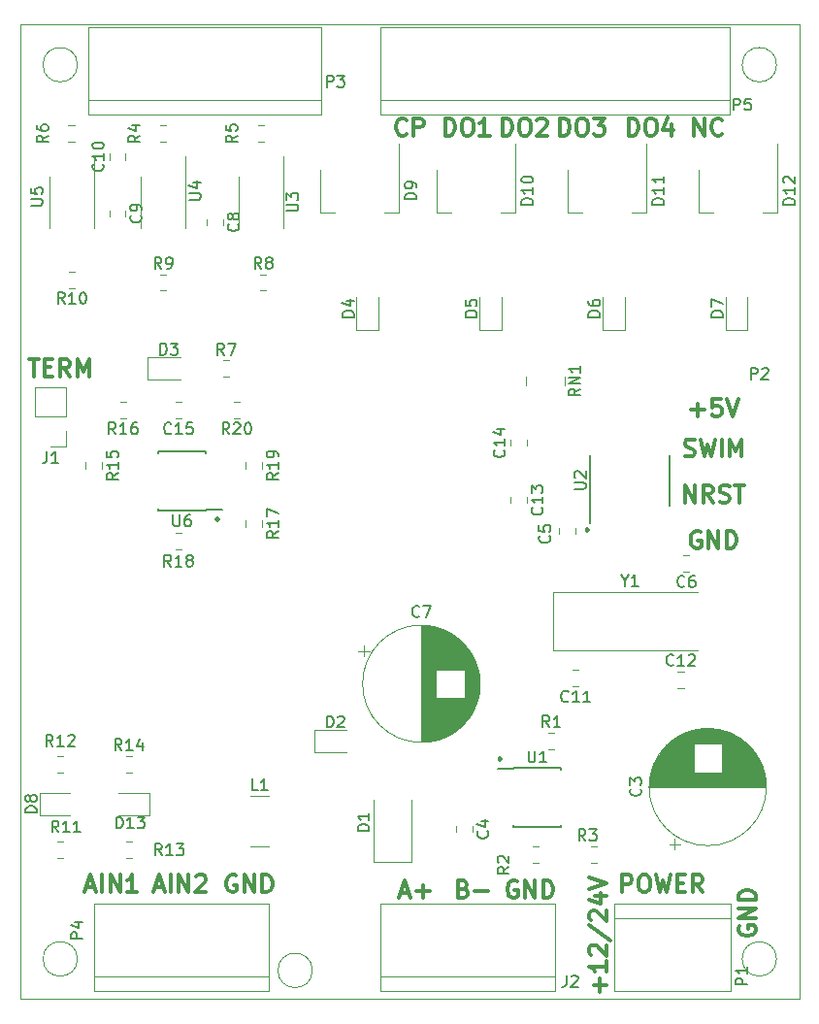
<source format=gto>
G04 #@! TF.GenerationSoftware,KiCad,Pcbnew,(5.0.2)-1*
G04 #@! TF.CreationDate,2019-03-07T11:34:58+03:00*
G04 #@! TF.ProjectId,stm8do,73746d38-646f-42e6-9b69-6361645f7063,rev?*
G04 #@! TF.SameCoordinates,Original*
G04 #@! TF.FileFunction,Legend,Top*
G04 #@! TF.FilePolarity,Positive*
%FSLAX46Y46*%
G04 Gerber Fmt 4.6, Leading zero omitted, Abs format (unit mm)*
G04 Created by KiCad (PCBNEW (5.0.2)-1) date 07.03.2019 11:34:58*
%MOMM*%
%LPD*%
G01*
G04 APERTURE LIST*
%ADD10C,0.300000*%
%ADD11C,0.100000*%
%ADD12C,0.120000*%
%ADD13C,0.150000*%
G04 APERTURE END LIST*
D10*
X112857142Y-130250000D02*
X112714285Y-130178571D01*
X112500000Y-130178571D01*
X112285714Y-130250000D01*
X112142857Y-130392857D01*
X112071428Y-130535714D01*
X112000000Y-130821428D01*
X112000000Y-131035714D01*
X112071428Y-131321428D01*
X112142857Y-131464285D01*
X112285714Y-131607142D01*
X112500000Y-131678571D01*
X112642857Y-131678571D01*
X112857142Y-131607142D01*
X112928571Y-131535714D01*
X112928571Y-131035714D01*
X112642857Y-131035714D01*
X113571428Y-131678571D02*
X113571428Y-130178571D01*
X114428571Y-131678571D01*
X114428571Y-130178571D01*
X115142857Y-131678571D02*
X115142857Y-130178571D01*
X115500000Y-130178571D01*
X115714285Y-130250000D01*
X115857142Y-130392857D01*
X115928571Y-130535714D01*
X116000000Y-130821428D01*
X116000000Y-131035714D01*
X115928571Y-131321428D01*
X115857142Y-131464285D01*
X115714285Y-131607142D01*
X115500000Y-131678571D01*
X115142857Y-131678571D01*
X119000000Y-99535714D02*
X119071428Y-99607142D01*
X119000000Y-99678571D01*
X118928571Y-99607142D01*
X119000000Y-99535714D01*
X119000000Y-99678571D01*
X103214285Y-65035714D02*
X103142857Y-65107142D01*
X102928571Y-65178571D01*
X102785714Y-65178571D01*
X102571428Y-65107142D01*
X102428571Y-64964285D01*
X102357142Y-64821428D01*
X102285714Y-64535714D01*
X102285714Y-64321428D01*
X102357142Y-64035714D01*
X102428571Y-63892857D01*
X102571428Y-63750000D01*
X102785714Y-63678571D01*
X102928571Y-63678571D01*
X103142857Y-63750000D01*
X103214285Y-63821428D01*
X103857142Y-65178571D02*
X103857142Y-63678571D01*
X104428571Y-63678571D01*
X104571428Y-63750000D01*
X104642857Y-63821428D01*
X104714285Y-63964285D01*
X104714285Y-64178571D01*
X104642857Y-64321428D01*
X104571428Y-64392857D01*
X104428571Y-64464285D01*
X103857142Y-64464285D01*
X128321428Y-65178571D02*
X128321428Y-63678571D01*
X129178571Y-65178571D01*
X129178571Y-63678571D01*
X130750000Y-65035714D02*
X130678571Y-65107142D01*
X130464285Y-65178571D01*
X130321428Y-65178571D01*
X130107142Y-65107142D01*
X129964285Y-64964285D01*
X129892857Y-64821428D01*
X129821428Y-64535714D01*
X129821428Y-64321428D01*
X129892857Y-64035714D01*
X129964285Y-63892857D01*
X130107142Y-63750000D01*
X130321428Y-63678571D01*
X130464285Y-63678571D01*
X130678571Y-63750000D01*
X130750000Y-63821428D01*
X122607142Y-65178571D02*
X122607142Y-63678571D01*
X122964285Y-63678571D01*
X123178571Y-63750000D01*
X123321428Y-63892857D01*
X123392857Y-64035714D01*
X123464285Y-64321428D01*
X123464285Y-64535714D01*
X123392857Y-64821428D01*
X123321428Y-64964285D01*
X123178571Y-65107142D01*
X122964285Y-65178571D01*
X122607142Y-65178571D01*
X124392857Y-63678571D02*
X124678571Y-63678571D01*
X124821428Y-63750000D01*
X124964285Y-63892857D01*
X125035714Y-64178571D01*
X125035714Y-64678571D01*
X124964285Y-64964285D01*
X124821428Y-65107142D01*
X124678571Y-65178571D01*
X124392857Y-65178571D01*
X124250000Y-65107142D01*
X124107142Y-64964285D01*
X124035714Y-64678571D01*
X124035714Y-64178571D01*
X124107142Y-63892857D01*
X124250000Y-63750000D01*
X124392857Y-63678571D01*
X126321428Y-64178571D02*
X126321428Y-65178571D01*
X125964285Y-63607142D02*
X125607142Y-64678571D01*
X126535714Y-64678571D01*
X116607142Y-65178571D02*
X116607142Y-63678571D01*
X116964285Y-63678571D01*
X117178571Y-63750000D01*
X117321428Y-63892857D01*
X117392857Y-64035714D01*
X117464285Y-64321428D01*
X117464285Y-64535714D01*
X117392857Y-64821428D01*
X117321428Y-64964285D01*
X117178571Y-65107142D01*
X116964285Y-65178571D01*
X116607142Y-65178571D01*
X118392857Y-63678571D02*
X118678571Y-63678571D01*
X118821428Y-63750000D01*
X118964285Y-63892857D01*
X119035714Y-64178571D01*
X119035714Y-64678571D01*
X118964285Y-64964285D01*
X118821428Y-65107142D01*
X118678571Y-65178571D01*
X118392857Y-65178571D01*
X118250000Y-65107142D01*
X118107142Y-64964285D01*
X118035714Y-64678571D01*
X118035714Y-64178571D01*
X118107142Y-63892857D01*
X118250000Y-63750000D01*
X118392857Y-63678571D01*
X119535714Y-63678571D02*
X120464285Y-63678571D01*
X119964285Y-64250000D01*
X120178571Y-64250000D01*
X120321428Y-64321428D01*
X120392857Y-64392857D01*
X120464285Y-64535714D01*
X120464285Y-64892857D01*
X120392857Y-65035714D01*
X120321428Y-65107142D01*
X120178571Y-65178571D01*
X119750000Y-65178571D01*
X119607142Y-65107142D01*
X119535714Y-65035714D01*
X111607142Y-65178571D02*
X111607142Y-63678571D01*
X111964285Y-63678571D01*
X112178571Y-63750000D01*
X112321428Y-63892857D01*
X112392857Y-64035714D01*
X112464285Y-64321428D01*
X112464285Y-64535714D01*
X112392857Y-64821428D01*
X112321428Y-64964285D01*
X112178571Y-65107142D01*
X111964285Y-65178571D01*
X111607142Y-65178571D01*
X113392857Y-63678571D02*
X113678571Y-63678571D01*
X113821428Y-63750000D01*
X113964285Y-63892857D01*
X114035714Y-64178571D01*
X114035714Y-64678571D01*
X113964285Y-64964285D01*
X113821428Y-65107142D01*
X113678571Y-65178571D01*
X113392857Y-65178571D01*
X113250000Y-65107142D01*
X113107142Y-64964285D01*
X113035714Y-64678571D01*
X113035714Y-64178571D01*
X113107142Y-63892857D01*
X113250000Y-63750000D01*
X113392857Y-63678571D01*
X114607142Y-63821428D02*
X114678571Y-63750000D01*
X114821428Y-63678571D01*
X115178571Y-63678571D01*
X115321428Y-63750000D01*
X115392857Y-63821428D01*
X115464285Y-63964285D01*
X115464285Y-64107142D01*
X115392857Y-64321428D01*
X114535714Y-65178571D01*
X115464285Y-65178571D01*
X106607142Y-65178571D02*
X106607142Y-63678571D01*
X106964285Y-63678571D01*
X107178571Y-63750000D01*
X107321428Y-63892857D01*
X107392857Y-64035714D01*
X107464285Y-64321428D01*
X107464285Y-64535714D01*
X107392857Y-64821428D01*
X107321428Y-64964285D01*
X107178571Y-65107142D01*
X106964285Y-65178571D01*
X106607142Y-65178571D01*
X108392857Y-63678571D02*
X108678571Y-63678571D01*
X108821428Y-63750000D01*
X108964285Y-63892857D01*
X109035714Y-64178571D01*
X109035714Y-64678571D01*
X108964285Y-64964285D01*
X108821428Y-65107142D01*
X108678571Y-65178571D01*
X108392857Y-65178571D01*
X108250000Y-65107142D01*
X108107142Y-64964285D01*
X108035714Y-64678571D01*
X108035714Y-64178571D01*
X108107142Y-63892857D01*
X108250000Y-63750000D01*
X108392857Y-63678571D01*
X110464285Y-65178571D02*
X109607142Y-65178571D01*
X110035714Y-65178571D02*
X110035714Y-63678571D01*
X109892857Y-63892857D01*
X109750000Y-64035714D01*
X109607142Y-64107142D01*
X88357142Y-129750000D02*
X88214285Y-129678571D01*
X88000000Y-129678571D01*
X87785714Y-129750000D01*
X87642857Y-129892857D01*
X87571428Y-130035714D01*
X87500000Y-130321428D01*
X87500000Y-130535714D01*
X87571428Y-130821428D01*
X87642857Y-130964285D01*
X87785714Y-131107142D01*
X88000000Y-131178571D01*
X88142857Y-131178571D01*
X88357142Y-131107142D01*
X88428571Y-131035714D01*
X88428571Y-130535714D01*
X88142857Y-130535714D01*
X89071428Y-131178571D02*
X89071428Y-129678571D01*
X89928571Y-131178571D01*
X89928571Y-129678571D01*
X90642857Y-131178571D02*
X90642857Y-129678571D01*
X91000000Y-129678571D01*
X91214285Y-129750000D01*
X91357142Y-129892857D01*
X91428571Y-130035714D01*
X91500000Y-130321428D01*
X91500000Y-130535714D01*
X91428571Y-130821428D01*
X91357142Y-130964285D01*
X91214285Y-131107142D01*
X91000000Y-131178571D01*
X90642857Y-131178571D01*
X81285714Y-130750000D02*
X82000000Y-130750000D01*
X81142857Y-131178571D02*
X81642857Y-129678571D01*
X82142857Y-131178571D01*
X82642857Y-131178571D02*
X82642857Y-129678571D01*
X83357142Y-131178571D02*
X83357142Y-129678571D01*
X84214285Y-131178571D01*
X84214285Y-129678571D01*
X84857142Y-129821428D02*
X84928571Y-129750000D01*
X85071428Y-129678571D01*
X85428571Y-129678571D01*
X85571428Y-129750000D01*
X85642857Y-129821428D01*
X85714285Y-129964285D01*
X85714285Y-130107142D01*
X85642857Y-130321428D01*
X84785714Y-131178571D01*
X85714285Y-131178571D01*
X75285714Y-130750000D02*
X76000000Y-130750000D01*
X75142857Y-131178571D02*
X75642857Y-129678571D01*
X76142857Y-131178571D01*
X76642857Y-131178571D02*
X76642857Y-129678571D01*
X77357142Y-131178571D02*
X77357142Y-129678571D01*
X78214285Y-131178571D01*
X78214285Y-129678571D01*
X79714285Y-131178571D02*
X78857142Y-131178571D01*
X79285714Y-131178571D02*
X79285714Y-129678571D01*
X79142857Y-129892857D01*
X79000000Y-130035714D01*
X78857142Y-130107142D01*
X122035714Y-131178571D02*
X122035714Y-129678571D01*
X122607142Y-129678571D01*
X122750000Y-129750000D01*
X122821428Y-129821428D01*
X122892857Y-129964285D01*
X122892857Y-130178571D01*
X122821428Y-130321428D01*
X122750000Y-130392857D01*
X122607142Y-130464285D01*
X122035714Y-130464285D01*
X123821428Y-129678571D02*
X124107142Y-129678571D01*
X124250000Y-129750000D01*
X124392857Y-129892857D01*
X124464285Y-130178571D01*
X124464285Y-130678571D01*
X124392857Y-130964285D01*
X124250000Y-131107142D01*
X124107142Y-131178571D01*
X123821428Y-131178571D01*
X123678571Y-131107142D01*
X123535714Y-130964285D01*
X123464285Y-130678571D01*
X123464285Y-130178571D01*
X123535714Y-129892857D01*
X123678571Y-129750000D01*
X123821428Y-129678571D01*
X124964285Y-129678571D02*
X125321428Y-131178571D01*
X125607142Y-130107142D01*
X125892857Y-131178571D01*
X126250000Y-129678571D01*
X126821428Y-130392857D02*
X127321428Y-130392857D01*
X127535714Y-131178571D02*
X126821428Y-131178571D01*
X126821428Y-129678571D01*
X127535714Y-129678571D01*
X129035714Y-131178571D02*
X128535714Y-130464285D01*
X128178571Y-131178571D02*
X128178571Y-129678571D01*
X128750000Y-129678571D01*
X128892857Y-129750000D01*
X128964285Y-129821428D01*
X129035714Y-129964285D01*
X129035714Y-130178571D01*
X128964285Y-130321428D01*
X128892857Y-130392857D01*
X128750000Y-130464285D01*
X128178571Y-130464285D01*
X108178571Y-130892857D02*
X108392857Y-130964285D01*
X108464285Y-131035714D01*
X108535714Y-131178571D01*
X108535714Y-131392857D01*
X108464285Y-131535714D01*
X108392857Y-131607142D01*
X108250000Y-131678571D01*
X107678571Y-131678571D01*
X107678571Y-130178571D01*
X108178571Y-130178571D01*
X108321428Y-130250000D01*
X108392857Y-130321428D01*
X108464285Y-130464285D01*
X108464285Y-130607142D01*
X108392857Y-130750000D01*
X108321428Y-130821428D01*
X108178571Y-130892857D01*
X107678571Y-130892857D01*
X109178571Y-131107142D02*
X110321428Y-131107142D01*
X102714285Y-131250000D02*
X103428571Y-131250000D01*
X102571428Y-131678571D02*
X103071428Y-130178571D01*
X103571428Y-131678571D01*
X104071428Y-131107142D02*
X105214285Y-131107142D01*
X104642857Y-131678571D02*
X104642857Y-130535714D01*
X70285714Y-84678571D02*
X71142857Y-84678571D01*
X70714285Y-86178571D02*
X70714285Y-84678571D01*
X71642857Y-85392857D02*
X72142857Y-85392857D01*
X72357142Y-86178571D02*
X71642857Y-86178571D01*
X71642857Y-84678571D01*
X72357142Y-84678571D01*
X73857142Y-86178571D02*
X73357142Y-85464285D01*
X73000000Y-86178571D02*
X73000000Y-84678571D01*
X73571428Y-84678571D01*
X73714285Y-84750000D01*
X73785714Y-84821428D01*
X73857142Y-84964285D01*
X73857142Y-85178571D01*
X73785714Y-85321428D01*
X73714285Y-85392857D01*
X73571428Y-85464285D01*
X73000000Y-85464285D01*
X74500000Y-86178571D02*
X74500000Y-84678571D01*
X75000000Y-85750000D01*
X75500000Y-84678571D01*
X75500000Y-86178571D01*
X132250000Y-134142857D02*
X132178571Y-134285714D01*
X132178571Y-134500000D01*
X132250000Y-134714285D01*
X132392857Y-134857142D01*
X132535714Y-134928571D01*
X132821428Y-135000000D01*
X133035714Y-135000000D01*
X133321428Y-134928571D01*
X133464285Y-134857142D01*
X133607142Y-134714285D01*
X133678571Y-134500000D01*
X133678571Y-134357142D01*
X133607142Y-134142857D01*
X133535714Y-134071428D01*
X133035714Y-134071428D01*
X133035714Y-134357142D01*
X133678571Y-133428571D02*
X132178571Y-133428571D01*
X133678571Y-132571428D01*
X132178571Y-132571428D01*
X133678571Y-131857142D02*
X132178571Y-131857142D01*
X132178571Y-131500000D01*
X132250000Y-131285714D01*
X132392857Y-131142857D01*
X132535714Y-131071428D01*
X132821428Y-131000000D01*
X133035714Y-131000000D01*
X133321428Y-131071428D01*
X133464285Y-131142857D01*
X133607142Y-131285714D01*
X133678571Y-131500000D01*
X133678571Y-131857142D01*
X120107142Y-139857142D02*
X120107142Y-138714285D01*
X120678571Y-139285714D02*
X119535714Y-139285714D01*
X120678571Y-137214285D02*
X120678571Y-138071428D01*
X120678571Y-137642857D02*
X119178571Y-137642857D01*
X119392857Y-137785714D01*
X119535714Y-137928571D01*
X119607142Y-138071428D01*
X119321428Y-136642857D02*
X119250000Y-136571428D01*
X119178571Y-136428571D01*
X119178571Y-136071428D01*
X119250000Y-135928571D01*
X119321428Y-135857142D01*
X119464285Y-135785714D01*
X119607142Y-135785714D01*
X119821428Y-135857142D01*
X120678571Y-136714285D01*
X120678571Y-135785714D01*
X119107142Y-134071428D02*
X121035714Y-135357142D01*
X119321428Y-133642857D02*
X119250000Y-133571428D01*
X119178571Y-133428571D01*
X119178571Y-133071428D01*
X119250000Y-132928571D01*
X119321428Y-132857142D01*
X119464285Y-132785714D01*
X119607142Y-132785714D01*
X119821428Y-132857142D01*
X120678571Y-133714285D01*
X120678571Y-132785714D01*
X119678571Y-131500000D02*
X120678571Y-131500000D01*
X119107142Y-131857142D02*
X120178571Y-132214285D01*
X120178571Y-131285714D01*
X119178571Y-130928571D02*
X120678571Y-130428571D01*
X119178571Y-129928571D01*
X128857142Y-99750000D02*
X128714285Y-99678571D01*
X128500000Y-99678571D01*
X128285714Y-99750000D01*
X128142857Y-99892857D01*
X128071428Y-100035714D01*
X128000000Y-100321428D01*
X128000000Y-100535714D01*
X128071428Y-100821428D01*
X128142857Y-100964285D01*
X128285714Y-101107142D01*
X128500000Y-101178571D01*
X128642857Y-101178571D01*
X128857142Y-101107142D01*
X128928571Y-101035714D01*
X128928571Y-100535714D01*
X128642857Y-100535714D01*
X129571428Y-101178571D02*
X129571428Y-99678571D01*
X130428571Y-101178571D01*
X130428571Y-99678571D01*
X131142857Y-101178571D02*
X131142857Y-99678571D01*
X131500000Y-99678571D01*
X131714285Y-99750000D01*
X131857142Y-99892857D01*
X131928571Y-100035714D01*
X132000000Y-100321428D01*
X132000000Y-100535714D01*
X131928571Y-100821428D01*
X131857142Y-100964285D01*
X131714285Y-101107142D01*
X131500000Y-101178571D01*
X131142857Y-101178571D01*
X127535714Y-97178571D02*
X127535714Y-95678571D01*
X128392857Y-97178571D01*
X128392857Y-95678571D01*
X129964285Y-97178571D02*
X129464285Y-96464285D01*
X129107142Y-97178571D02*
X129107142Y-95678571D01*
X129678571Y-95678571D01*
X129821428Y-95750000D01*
X129892857Y-95821428D01*
X129964285Y-95964285D01*
X129964285Y-96178571D01*
X129892857Y-96321428D01*
X129821428Y-96392857D01*
X129678571Y-96464285D01*
X129107142Y-96464285D01*
X130535714Y-97107142D02*
X130750000Y-97178571D01*
X131107142Y-97178571D01*
X131250000Y-97107142D01*
X131321428Y-97035714D01*
X131392857Y-96892857D01*
X131392857Y-96750000D01*
X131321428Y-96607142D01*
X131250000Y-96535714D01*
X131107142Y-96464285D01*
X130821428Y-96392857D01*
X130678571Y-96321428D01*
X130607142Y-96250000D01*
X130535714Y-96107142D01*
X130535714Y-95964285D01*
X130607142Y-95821428D01*
X130678571Y-95750000D01*
X130821428Y-95678571D01*
X131178571Y-95678571D01*
X131392857Y-95750000D01*
X131821428Y-95678571D02*
X132678571Y-95678571D01*
X132250000Y-97178571D02*
X132250000Y-95678571D01*
X127500000Y-93107142D02*
X127714285Y-93178571D01*
X128071428Y-93178571D01*
X128214285Y-93107142D01*
X128285714Y-93035714D01*
X128357142Y-92892857D01*
X128357142Y-92750000D01*
X128285714Y-92607142D01*
X128214285Y-92535714D01*
X128071428Y-92464285D01*
X127785714Y-92392857D01*
X127642857Y-92321428D01*
X127571428Y-92250000D01*
X127500000Y-92107142D01*
X127500000Y-91964285D01*
X127571428Y-91821428D01*
X127642857Y-91750000D01*
X127785714Y-91678571D01*
X128142857Y-91678571D01*
X128357142Y-91750000D01*
X128857142Y-91678571D02*
X129214285Y-93178571D01*
X129500000Y-92107142D01*
X129785714Y-93178571D01*
X130142857Y-91678571D01*
X130714285Y-93178571D02*
X130714285Y-91678571D01*
X131428571Y-93178571D02*
X131428571Y-91678571D01*
X131928571Y-92750000D01*
X132428571Y-91678571D01*
X132428571Y-93178571D01*
X128071428Y-89107142D02*
X129214285Y-89107142D01*
X128642857Y-89678571D02*
X128642857Y-88535714D01*
X130642857Y-88178571D02*
X129928571Y-88178571D01*
X129857142Y-88892857D01*
X129928571Y-88821428D01*
X130071428Y-88750000D01*
X130428571Y-88750000D01*
X130571428Y-88821428D01*
X130642857Y-88892857D01*
X130714285Y-89035714D01*
X130714285Y-89392857D01*
X130642857Y-89535714D01*
X130571428Y-89607142D01*
X130428571Y-89678571D01*
X130071428Y-89678571D01*
X129928571Y-89607142D01*
X129857142Y-89535714D01*
X131142857Y-88178571D02*
X131642857Y-89678571D01*
X132142857Y-88178571D01*
D11*
X74500000Y-59000000D02*
G75*
G03X74500000Y-59000000I-1500000J0D01*
G01*
X135500000Y-59000000D02*
G75*
G03X135500000Y-59000000I-1500000J0D01*
G01*
X135500000Y-137000000D02*
G75*
G03X135500000Y-137000000I-1500000J0D01*
G01*
X74500000Y-137000000D02*
G75*
G03X74500000Y-137000000I-1500000J0D01*
G01*
X95000000Y-138000000D02*
G75*
G03X95000000Y-138000000I-1500000J0D01*
G01*
X137500000Y-55500000D02*
X69500000Y-55500000D01*
X137500000Y-140500000D02*
X137500000Y-55500000D01*
X69500000Y-140500000D02*
X137500000Y-140500000D01*
X69500000Y-55500000D02*
X69500000Y-140500000D01*
D10*
X111386222Y-119499073D02*
X111457650Y-119570501D01*
X111386222Y-119641930D01*
X111314793Y-119570501D01*
X111386222Y-119499073D01*
X111386222Y-119641930D01*
X86739594Y-98738815D02*
X86668165Y-98667387D01*
X86739594Y-98595958D01*
X86811022Y-98667387D01*
X86739594Y-98738815D01*
X86739594Y-98595958D01*
D12*
G04 #@! TO.C,J2*
X100960000Y-139810000D02*
X116200000Y-139810000D01*
X100960000Y-132190000D02*
X116200000Y-132190000D01*
X100960000Y-138540000D02*
X116200000Y-138540000D01*
X116200000Y-139810000D02*
X116200000Y-132190000D01*
X100960000Y-139810000D02*
X100960000Y-132190000D01*
G04 #@! TO.C,J1*
X73479834Y-92303810D02*
X72149834Y-92303810D01*
X73479834Y-90973810D02*
X73479834Y-92303810D01*
X73479834Y-89703810D02*
X70819834Y-89703810D01*
X70819834Y-89703810D02*
X70819834Y-87103810D01*
X73479834Y-89703810D02*
X73479834Y-87103810D01*
X73479834Y-87103810D02*
X70819834Y-87103810D01*
G04 #@! TO.C,D1*
X100350000Y-128500000D02*
X100350000Y-123100000D01*
X103650000Y-128500000D02*
X103650000Y-123100000D01*
X100350000Y-128500000D02*
X103650000Y-128500000D01*
G04 #@! TO.C,Y1*
X116023060Y-110101360D02*
X128623060Y-110101360D01*
X116023060Y-105001360D02*
X116023060Y-110101360D01*
X128623060Y-105001360D02*
X116023060Y-105001360D01*
G04 #@! TO.C,P3*
X75460000Y-63310000D02*
X95780000Y-63310000D01*
X75460000Y-55690000D02*
X95780000Y-55690000D01*
X95780000Y-62040000D02*
X75460000Y-62040000D01*
X95780000Y-63310000D02*
X95780000Y-55690000D01*
X75460000Y-55690000D02*
X75460000Y-63310000D01*
G04 #@! TO.C,P4*
X75960000Y-139810000D02*
X91200000Y-139810000D01*
X75960000Y-132190000D02*
X91200000Y-132190000D01*
X75960000Y-138540000D02*
X91200000Y-138540000D01*
X91200000Y-139810000D02*
X91200000Y-132190000D01*
X75960000Y-139810000D02*
X75960000Y-132190000D01*
G04 #@! TO.C,P1*
X131540000Y-132190000D02*
X121380000Y-132190000D01*
X131540000Y-139810000D02*
X131540000Y-132190000D01*
X121380000Y-139810000D02*
X131540000Y-139810000D01*
X121380000Y-132190000D02*
X121380000Y-139810000D01*
X121380000Y-133460000D02*
X131540000Y-133460000D01*
G04 #@! TO.C,P5*
X100960000Y-63310000D02*
X131440000Y-63310000D01*
X100960000Y-55690000D02*
X131440000Y-55690000D01*
X100960000Y-62040000D02*
X131440000Y-62040000D01*
X131440000Y-63310000D02*
X131440000Y-55690000D01*
X100960000Y-55690000D02*
X100960000Y-63310000D01*
G04 #@! TO.C,R18*
X83058342Y-101254530D02*
X83580846Y-101254530D01*
X83058342Y-99834530D02*
X83580846Y-99834530D01*
G04 #@! TO.C,C3*
X126125000Y-126979646D02*
X127125000Y-126979646D01*
X126625000Y-127479646D02*
X126625000Y-126479646D01*
X128901000Y-116919000D02*
X130099000Y-116919000D01*
X128638000Y-116959000D02*
X130362000Y-116959000D01*
X128438000Y-116999000D02*
X130562000Y-116999000D01*
X128270000Y-117039000D02*
X130730000Y-117039000D01*
X128122000Y-117079000D02*
X130878000Y-117079000D01*
X127990000Y-117119000D02*
X131010000Y-117119000D01*
X127870000Y-117159000D02*
X131130000Y-117159000D01*
X127758000Y-117199000D02*
X131242000Y-117199000D01*
X127654000Y-117239000D02*
X131346000Y-117239000D01*
X127556000Y-117279000D02*
X131444000Y-117279000D01*
X127463000Y-117319000D02*
X131537000Y-117319000D01*
X127375000Y-117359000D02*
X131625000Y-117359000D01*
X127291000Y-117399000D02*
X131709000Y-117399000D01*
X127211000Y-117439000D02*
X131789000Y-117439000D01*
X127135000Y-117479000D02*
X131865000Y-117479000D01*
X127061000Y-117519000D02*
X131939000Y-117519000D01*
X126990000Y-117559000D02*
X132010000Y-117559000D01*
X126921000Y-117599000D02*
X132079000Y-117599000D01*
X126855000Y-117639000D02*
X132145000Y-117639000D01*
X126791000Y-117679000D02*
X132209000Y-117679000D01*
X126730000Y-117719000D02*
X132270000Y-117719000D01*
X126670000Y-117759000D02*
X132330000Y-117759000D01*
X126611000Y-117799000D02*
X132389000Y-117799000D01*
X126555000Y-117839000D02*
X132445000Y-117839000D01*
X126500000Y-117879000D02*
X132500000Y-117879000D01*
X126446000Y-117919000D02*
X132554000Y-117919000D01*
X126394000Y-117959000D02*
X132606000Y-117959000D01*
X126344000Y-117999000D02*
X132656000Y-117999000D01*
X126294000Y-118039000D02*
X132706000Y-118039000D01*
X126246000Y-118079000D02*
X132754000Y-118079000D01*
X126199000Y-118119000D02*
X132801000Y-118119000D01*
X126153000Y-118159000D02*
X132847000Y-118159000D01*
X126108000Y-118199000D02*
X132892000Y-118199000D01*
X126064000Y-118239000D02*
X132936000Y-118239000D01*
X130741000Y-118279000D02*
X132978000Y-118279000D01*
X126022000Y-118279000D02*
X128259000Y-118279000D01*
X130741000Y-118319000D02*
X133020000Y-118319000D01*
X125980000Y-118319000D02*
X128259000Y-118319000D01*
X130741000Y-118359000D02*
X133061000Y-118359000D01*
X125939000Y-118359000D02*
X128259000Y-118359000D01*
X130741000Y-118399000D02*
X133101000Y-118399000D01*
X125899000Y-118399000D02*
X128259000Y-118399000D01*
X130741000Y-118439000D02*
X133140000Y-118439000D01*
X125860000Y-118439000D02*
X128259000Y-118439000D01*
X130741000Y-118479000D02*
X133179000Y-118479000D01*
X125821000Y-118479000D02*
X128259000Y-118479000D01*
X130741000Y-118519000D02*
X133216000Y-118519000D01*
X125784000Y-118519000D02*
X128259000Y-118519000D01*
X130741000Y-118559000D02*
X133253000Y-118559000D01*
X125747000Y-118559000D02*
X128259000Y-118559000D01*
X130741000Y-118599000D02*
X133289000Y-118599000D01*
X125711000Y-118599000D02*
X128259000Y-118599000D01*
X130741000Y-118639000D02*
X133324000Y-118639000D01*
X125676000Y-118639000D02*
X128259000Y-118639000D01*
X130741000Y-118679000D02*
X133358000Y-118679000D01*
X125642000Y-118679000D02*
X128259000Y-118679000D01*
X130741000Y-118719000D02*
X133392000Y-118719000D01*
X125608000Y-118719000D02*
X128259000Y-118719000D01*
X130741000Y-118759000D02*
X133425000Y-118759000D01*
X125575000Y-118759000D02*
X128259000Y-118759000D01*
X130741000Y-118799000D02*
X133457000Y-118799000D01*
X125543000Y-118799000D02*
X128259000Y-118799000D01*
X130741000Y-118839000D02*
X133489000Y-118839000D01*
X125511000Y-118839000D02*
X128259000Y-118839000D01*
X130741000Y-118879000D02*
X133520000Y-118879000D01*
X125480000Y-118879000D02*
X128259000Y-118879000D01*
X130741000Y-118919000D02*
X133550000Y-118919000D01*
X125450000Y-118919000D02*
X128259000Y-118919000D01*
X130741000Y-118959000D02*
X133580000Y-118959000D01*
X125420000Y-118959000D02*
X128259000Y-118959000D01*
X130741000Y-118999000D02*
X133610000Y-118999000D01*
X125390000Y-118999000D02*
X128259000Y-118999000D01*
X130741000Y-119039000D02*
X133638000Y-119039000D01*
X125362000Y-119039000D02*
X128259000Y-119039000D01*
X130741000Y-119079000D02*
X133666000Y-119079000D01*
X125334000Y-119079000D02*
X128259000Y-119079000D01*
X130741000Y-119119000D02*
X133694000Y-119119000D01*
X125306000Y-119119000D02*
X128259000Y-119119000D01*
X130741000Y-119159000D02*
X133721000Y-119159000D01*
X125279000Y-119159000D02*
X128259000Y-119159000D01*
X130741000Y-119199000D02*
X133747000Y-119199000D01*
X125253000Y-119199000D02*
X128259000Y-119199000D01*
X130741000Y-119239000D02*
X133773000Y-119239000D01*
X125227000Y-119239000D02*
X128259000Y-119239000D01*
X130741000Y-119279000D02*
X133798000Y-119279000D01*
X125202000Y-119279000D02*
X128259000Y-119279000D01*
X130741000Y-119319000D02*
X133823000Y-119319000D01*
X125177000Y-119319000D02*
X128259000Y-119319000D01*
X130741000Y-119359000D02*
X133847000Y-119359000D01*
X125153000Y-119359000D02*
X128259000Y-119359000D01*
X130741000Y-119399000D02*
X133871000Y-119399000D01*
X125129000Y-119399000D02*
X128259000Y-119399000D01*
X130741000Y-119439000D02*
X133895000Y-119439000D01*
X125105000Y-119439000D02*
X128259000Y-119439000D01*
X130741000Y-119479000D02*
X133917000Y-119479000D01*
X125083000Y-119479000D02*
X128259000Y-119479000D01*
X130741000Y-119519000D02*
X133940000Y-119519000D01*
X125060000Y-119519000D02*
X128259000Y-119519000D01*
X130741000Y-119559000D02*
X133962000Y-119559000D01*
X125038000Y-119559000D02*
X128259000Y-119559000D01*
X130741000Y-119599000D02*
X133983000Y-119599000D01*
X125017000Y-119599000D02*
X128259000Y-119599000D01*
X130741000Y-119639000D02*
X134004000Y-119639000D01*
X124996000Y-119639000D02*
X128259000Y-119639000D01*
X130741000Y-119679000D02*
X134025000Y-119679000D01*
X124975000Y-119679000D02*
X128259000Y-119679000D01*
X130741000Y-119719000D02*
X134045000Y-119719000D01*
X124955000Y-119719000D02*
X128259000Y-119719000D01*
X130741000Y-119759000D02*
X134064000Y-119759000D01*
X124936000Y-119759000D02*
X128259000Y-119759000D01*
X130741000Y-119799000D02*
X134084000Y-119799000D01*
X124916000Y-119799000D02*
X128259000Y-119799000D01*
X130741000Y-119839000D02*
X134103000Y-119839000D01*
X124897000Y-119839000D02*
X128259000Y-119839000D01*
X130741000Y-119879000D02*
X134121000Y-119879000D01*
X124879000Y-119879000D02*
X128259000Y-119879000D01*
X130741000Y-119919000D02*
X134139000Y-119919000D01*
X124861000Y-119919000D02*
X128259000Y-119919000D01*
X130741000Y-119959000D02*
X134157000Y-119959000D01*
X124843000Y-119959000D02*
X128259000Y-119959000D01*
X130741000Y-119999000D02*
X134174000Y-119999000D01*
X124826000Y-119999000D02*
X128259000Y-119999000D01*
X130741000Y-120039000D02*
X134190000Y-120039000D01*
X124810000Y-120039000D02*
X128259000Y-120039000D01*
X130741000Y-120079000D02*
X134207000Y-120079000D01*
X124793000Y-120079000D02*
X128259000Y-120079000D01*
X130741000Y-120119000D02*
X134223000Y-120119000D01*
X124777000Y-120119000D02*
X128259000Y-120119000D01*
X130741000Y-120159000D02*
X134238000Y-120159000D01*
X124762000Y-120159000D02*
X128259000Y-120159000D01*
X130741000Y-120199000D02*
X134254000Y-120199000D01*
X124746000Y-120199000D02*
X128259000Y-120199000D01*
X130741000Y-120239000D02*
X134268000Y-120239000D01*
X124732000Y-120239000D02*
X128259000Y-120239000D01*
X130741000Y-120279000D02*
X134283000Y-120279000D01*
X124717000Y-120279000D02*
X128259000Y-120279000D01*
X130741000Y-120319000D02*
X134297000Y-120319000D01*
X124703000Y-120319000D02*
X128259000Y-120319000D01*
X130741000Y-120359000D02*
X134311000Y-120359000D01*
X124689000Y-120359000D02*
X128259000Y-120359000D01*
X130741000Y-120399000D02*
X134324000Y-120399000D01*
X124676000Y-120399000D02*
X128259000Y-120399000D01*
X130741000Y-120439000D02*
X134337000Y-120439000D01*
X124663000Y-120439000D02*
X128259000Y-120439000D01*
X130741000Y-120479000D02*
X134350000Y-120479000D01*
X124650000Y-120479000D02*
X128259000Y-120479000D01*
X130741000Y-120519000D02*
X134362000Y-120519000D01*
X124638000Y-120519000D02*
X128259000Y-120519000D01*
X130741000Y-120559000D02*
X134374000Y-120559000D01*
X124626000Y-120559000D02*
X128259000Y-120559000D01*
X130741000Y-120599000D02*
X134385000Y-120599000D01*
X124615000Y-120599000D02*
X128259000Y-120599000D01*
X130741000Y-120639000D02*
X134397000Y-120639000D01*
X124603000Y-120639000D02*
X128259000Y-120639000D01*
X130741000Y-120679000D02*
X134407000Y-120679000D01*
X124593000Y-120679000D02*
X128259000Y-120679000D01*
X130741000Y-120719000D02*
X134418000Y-120719000D01*
X124582000Y-120719000D02*
X128259000Y-120719000D01*
X124572000Y-120759000D02*
X134428000Y-120759000D01*
X124562000Y-120799000D02*
X134438000Y-120799000D01*
X124553000Y-120839000D02*
X134447000Y-120839000D01*
X124544000Y-120879000D02*
X134456000Y-120879000D01*
X124535000Y-120919000D02*
X134465000Y-120919000D01*
X124526000Y-120959000D02*
X134474000Y-120959000D01*
X124518000Y-120999000D02*
X134482000Y-120999000D01*
X124510000Y-121039000D02*
X134490000Y-121039000D01*
X124503000Y-121079000D02*
X134497000Y-121079000D01*
X124496000Y-121119000D02*
X134504000Y-121119000D01*
X124489000Y-121159000D02*
X134511000Y-121159000D01*
X124482000Y-121199000D02*
X134518000Y-121199000D01*
X124476000Y-121239000D02*
X134524000Y-121239000D01*
X124470000Y-121279000D02*
X134530000Y-121279000D01*
X124465000Y-121320000D02*
X134535000Y-121320000D01*
X124460000Y-121360000D02*
X134540000Y-121360000D01*
X124455000Y-121400000D02*
X134545000Y-121400000D01*
X124450000Y-121440000D02*
X134550000Y-121440000D01*
X124446000Y-121480000D02*
X134554000Y-121480000D01*
X124442000Y-121520000D02*
X134558000Y-121520000D01*
X124438000Y-121560000D02*
X134562000Y-121560000D01*
X124435000Y-121600000D02*
X134565000Y-121600000D01*
X124432000Y-121640000D02*
X134568000Y-121640000D01*
X124430000Y-121680000D02*
X134570000Y-121680000D01*
X124427000Y-121720000D02*
X134573000Y-121720000D01*
X124425000Y-121760000D02*
X134575000Y-121760000D01*
X124423000Y-121800000D02*
X134577000Y-121800000D01*
X124422000Y-121840000D02*
X134578000Y-121840000D01*
X124421000Y-121880000D02*
X134579000Y-121880000D01*
X124420000Y-121920000D02*
X134580000Y-121920000D01*
X124420000Y-121960000D02*
X134580000Y-121960000D01*
X124420000Y-122000000D02*
X134580000Y-122000000D01*
X134620000Y-122000000D02*
G75*
G03X134620000Y-122000000I-5120000J0D01*
G01*
G04 #@! TO.C,C4*
X107562182Y-125419027D02*
X107562182Y-125941531D01*
X108982182Y-125419027D02*
X108982182Y-125941531D01*
G04 #@! TO.C,C5*
X116520560Y-99425108D02*
X116520560Y-99947612D01*
X117940560Y-99425108D02*
X117940560Y-99947612D01*
G04 #@! TO.C,C6*
X127896812Y-101761360D02*
X127374308Y-101761360D01*
X127896812Y-103181360D02*
X127374308Y-103181360D01*
G04 #@! TO.C,C7*
X99520354Y-109625000D02*
X99520354Y-110625000D01*
X99020354Y-110125000D02*
X100020354Y-110125000D01*
X109581000Y-112401000D02*
X109581000Y-113599000D01*
X109541000Y-112138000D02*
X109541000Y-113862000D01*
X109501000Y-111938000D02*
X109501000Y-114062000D01*
X109461000Y-111770000D02*
X109461000Y-114230000D01*
X109421000Y-111622000D02*
X109421000Y-114378000D01*
X109381000Y-111490000D02*
X109381000Y-114510000D01*
X109341000Y-111370000D02*
X109341000Y-114630000D01*
X109301000Y-111258000D02*
X109301000Y-114742000D01*
X109261000Y-111154000D02*
X109261000Y-114846000D01*
X109221000Y-111056000D02*
X109221000Y-114944000D01*
X109181000Y-110963000D02*
X109181000Y-115037000D01*
X109141000Y-110875000D02*
X109141000Y-115125000D01*
X109101000Y-110791000D02*
X109101000Y-115209000D01*
X109061000Y-110711000D02*
X109061000Y-115289000D01*
X109021000Y-110635000D02*
X109021000Y-115365000D01*
X108981000Y-110561000D02*
X108981000Y-115439000D01*
X108941000Y-110490000D02*
X108941000Y-115510000D01*
X108901000Y-110421000D02*
X108901000Y-115579000D01*
X108861000Y-110355000D02*
X108861000Y-115645000D01*
X108821000Y-110291000D02*
X108821000Y-115709000D01*
X108781000Y-110230000D02*
X108781000Y-115770000D01*
X108741000Y-110170000D02*
X108741000Y-115830000D01*
X108701000Y-110111000D02*
X108701000Y-115889000D01*
X108661000Y-110055000D02*
X108661000Y-115945000D01*
X108621000Y-110000000D02*
X108621000Y-116000000D01*
X108581000Y-109946000D02*
X108581000Y-116054000D01*
X108541000Y-109894000D02*
X108541000Y-116106000D01*
X108501000Y-109844000D02*
X108501000Y-116156000D01*
X108461000Y-109794000D02*
X108461000Y-116206000D01*
X108421000Y-109746000D02*
X108421000Y-116254000D01*
X108381000Y-109699000D02*
X108381000Y-116301000D01*
X108341000Y-109653000D02*
X108341000Y-116347000D01*
X108301000Y-109608000D02*
X108301000Y-116392000D01*
X108261000Y-109564000D02*
X108261000Y-116436000D01*
X108221000Y-114241000D02*
X108221000Y-116478000D01*
X108221000Y-109522000D02*
X108221000Y-111759000D01*
X108181000Y-114241000D02*
X108181000Y-116520000D01*
X108181000Y-109480000D02*
X108181000Y-111759000D01*
X108141000Y-114241000D02*
X108141000Y-116561000D01*
X108141000Y-109439000D02*
X108141000Y-111759000D01*
X108101000Y-114241000D02*
X108101000Y-116601000D01*
X108101000Y-109399000D02*
X108101000Y-111759000D01*
X108061000Y-114241000D02*
X108061000Y-116640000D01*
X108061000Y-109360000D02*
X108061000Y-111759000D01*
X108021000Y-114241000D02*
X108021000Y-116679000D01*
X108021000Y-109321000D02*
X108021000Y-111759000D01*
X107981000Y-114241000D02*
X107981000Y-116716000D01*
X107981000Y-109284000D02*
X107981000Y-111759000D01*
X107941000Y-114241000D02*
X107941000Y-116753000D01*
X107941000Y-109247000D02*
X107941000Y-111759000D01*
X107901000Y-114241000D02*
X107901000Y-116789000D01*
X107901000Y-109211000D02*
X107901000Y-111759000D01*
X107861000Y-114241000D02*
X107861000Y-116824000D01*
X107861000Y-109176000D02*
X107861000Y-111759000D01*
X107821000Y-114241000D02*
X107821000Y-116858000D01*
X107821000Y-109142000D02*
X107821000Y-111759000D01*
X107781000Y-114241000D02*
X107781000Y-116892000D01*
X107781000Y-109108000D02*
X107781000Y-111759000D01*
X107741000Y-114241000D02*
X107741000Y-116925000D01*
X107741000Y-109075000D02*
X107741000Y-111759000D01*
X107701000Y-114241000D02*
X107701000Y-116957000D01*
X107701000Y-109043000D02*
X107701000Y-111759000D01*
X107661000Y-114241000D02*
X107661000Y-116989000D01*
X107661000Y-109011000D02*
X107661000Y-111759000D01*
X107621000Y-114241000D02*
X107621000Y-117020000D01*
X107621000Y-108980000D02*
X107621000Y-111759000D01*
X107581000Y-114241000D02*
X107581000Y-117050000D01*
X107581000Y-108950000D02*
X107581000Y-111759000D01*
X107541000Y-114241000D02*
X107541000Y-117080000D01*
X107541000Y-108920000D02*
X107541000Y-111759000D01*
X107501000Y-114241000D02*
X107501000Y-117110000D01*
X107501000Y-108890000D02*
X107501000Y-111759000D01*
X107461000Y-114241000D02*
X107461000Y-117138000D01*
X107461000Y-108862000D02*
X107461000Y-111759000D01*
X107421000Y-114241000D02*
X107421000Y-117166000D01*
X107421000Y-108834000D02*
X107421000Y-111759000D01*
X107381000Y-114241000D02*
X107381000Y-117194000D01*
X107381000Y-108806000D02*
X107381000Y-111759000D01*
X107341000Y-114241000D02*
X107341000Y-117221000D01*
X107341000Y-108779000D02*
X107341000Y-111759000D01*
X107301000Y-114241000D02*
X107301000Y-117247000D01*
X107301000Y-108753000D02*
X107301000Y-111759000D01*
X107261000Y-114241000D02*
X107261000Y-117273000D01*
X107261000Y-108727000D02*
X107261000Y-111759000D01*
X107221000Y-114241000D02*
X107221000Y-117298000D01*
X107221000Y-108702000D02*
X107221000Y-111759000D01*
X107181000Y-114241000D02*
X107181000Y-117323000D01*
X107181000Y-108677000D02*
X107181000Y-111759000D01*
X107141000Y-114241000D02*
X107141000Y-117347000D01*
X107141000Y-108653000D02*
X107141000Y-111759000D01*
X107101000Y-114241000D02*
X107101000Y-117371000D01*
X107101000Y-108629000D02*
X107101000Y-111759000D01*
X107061000Y-114241000D02*
X107061000Y-117395000D01*
X107061000Y-108605000D02*
X107061000Y-111759000D01*
X107021000Y-114241000D02*
X107021000Y-117417000D01*
X107021000Y-108583000D02*
X107021000Y-111759000D01*
X106981000Y-114241000D02*
X106981000Y-117440000D01*
X106981000Y-108560000D02*
X106981000Y-111759000D01*
X106941000Y-114241000D02*
X106941000Y-117462000D01*
X106941000Y-108538000D02*
X106941000Y-111759000D01*
X106901000Y-114241000D02*
X106901000Y-117483000D01*
X106901000Y-108517000D02*
X106901000Y-111759000D01*
X106861000Y-114241000D02*
X106861000Y-117504000D01*
X106861000Y-108496000D02*
X106861000Y-111759000D01*
X106821000Y-114241000D02*
X106821000Y-117525000D01*
X106821000Y-108475000D02*
X106821000Y-111759000D01*
X106781000Y-114241000D02*
X106781000Y-117545000D01*
X106781000Y-108455000D02*
X106781000Y-111759000D01*
X106741000Y-114241000D02*
X106741000Y-117564000D01*
X106741000Y-108436000D02*
X106741000Y-111759000D01*
X106701000Y-114241000D02*
X106701000Y-117584000D01*
X106701000Y-108416000D02*
X106701000Y-111759000D01*
X106661000Y-114241000D02*
X106661000Y-117603000D01*
X106661000Y-108397000D02*
X106661000Y-111759000D01*
X106621000Y-114241000D02*
X106621000Y-117621000D01*
X106621000Y-108379000D02*
X106621000Y-111759000D01*
X106581000Y-114241000D02*
X106581000Y-117639000D01*
X106581000Y-108361000D02*
X106581000Y-111759000D01*
X106541000Y-114241000D02*
X106541000Y-117657000D01*
X106541000Y-108343000D02*
X106541000Y-111759000D01*
X106501000Y-114241000D02*
X106501000Y-117674000D01*
X106501000Y-108326000D02*
X106501000Y-111759000D01*
X106461000Y-114241000D02*
X106461000Y-117690000D01*
X106461000Y-108310000D02*
X106461000Y-111759000D01*
X106421000Y-114241000D02*
X106421000Y-117707000D01*
X106421000Y-108293000D02*
X106421000Y-111759000D01*
X106381000Y-114241000D02*
X106381000Y-117723000D01*
X106381000Y-108277000D02*
X106381000Y-111759000D01*
X106341000Y-114241000D02*
X106341000Y-117738000D01*
X106341000Y-108262000D02*
X106341000Y-111759000D01*
X106301000Y-114241000D02*
X106301000Y-117754000D01*
X106301000Y-108246000D02*
X106301000Y-111759000D01*
X106261000Y-114241000D02*
X106261000Y-117768000D01*
X106261000Y-108232000D02*
X106261000Y-111759000D01*
X106221000Y-114241000D02*
X106221000Y-117783000D01*
X106221000Y-108217000D02*
X106221000Y-111759000D01*
X106181000Y-114241000D02*
X106181000Y-117797000D01*
X106181000Y-108203000D02*
X106181000Y-111759000D01*
X106141000Y-114241000D02*
X106141000Y-117811000D01*
X106141000Y-108189000D02*
X106141000Y-111759000D01*
X106101000Y-114241000D02*
X106101000Y-117824000D01*
X106101000Y-108176000D02*
X106101000Y-111759000D01*
X106061000Y-114241000D02*
X106061000Y-117837000D01*
X106061000Y-108163000D02*
X106061000Y-111759000D01*
X106021000Y-114241000D02*
X106021000Y-117850000D01*
X106021000Y-108150000D02*
X106021000Y-111759000D01*
X105981000Y-114241000D02*
X105981000Y-117862000D01*
X105981000Y-108138000D02*
X105981000Y-111759000D01*
X105941000Y-114241000D02*
X105941000Y-117874000D01*
X105941000Y-108126000D02*
X105941000Y-111759000D01*
X105901000Y-114241000D02*
X105901000Y-117885000D01*
X105901000Y-108115000D02*
X105901000Y-111759000D01*
X105861000Y-114241000D02*
X105861000Y-117897000D01*
X105861000Y-108103000D02*
X105861000Y-111759000D01*
X105821000Y-114241000D02*
X105821000Y-117907000D01*
X105821000Y-108093000D02*
X105821000Y-111759000D01*
X105781000Y-114241000D02*
X105781000Y-117918000D01*
X105781000Y-108082000D02*
X105781000Y-111759000D01*
X105741000Y-108072000D02*
X105741000Y-117928000D01*
X105701000Y-108062000D02*
X105701000Y-117938000D01*
X105661000Y-108053000D02*
X105661000Y-117947000D01*
X105621000Y-108044000D02*
X105621000Y-117956000D01*
X105581000Y-108035000D02*
X105581000Y-117965000D01*
X105541000Y-108026000D02*
X105541000Y-117974000D01*
X105501000Y-108018000D02*
X105501000Y-117982000D01*
X105461000Y-108010000D02*
X105461000Y-117990000D01*
X105421000Y-108003000D02*
X105421000Y-117997000D01*
X105381000Y-107996000D02*
X105381000Y-118004000D01*
X105341000Y-107989000D02*
X105341000Y-118011000D01*
X105301000Y-107982000D02*
X105301000Y-118018000D01*
X105261000Y-107976000D02*
X105261000Y-118024000D01*
X105221000Y-107970000D02*
X105221000Y-118030000D01*
X105180000Y-107965000D02*
X105180000Y-118035000D01*
X105140000Y-107960000D02*
X105140000Y-118040000D01*
X105100000Y-107955000D02*
X105100000Y-118045000D01*
X105060000Y-107950000D02*
X105060000Y-118050000D01*
X105020000Y-107946000D02*
X105020000Y-118054000D01*
X104980000Y-107942000D02*
X104980000Y-118058000D01*
X104940000Y-107938000D02*
X104940000Y-118062000D01*
X104900000Y-107935000D02*
X104900000Y-118065000D01*
X104860000Y-107932000D02*
X104860000Y-118068000D01*
X104820000Y-107930000D02*
X104820000Y-118070000D01*
X104780000Y-107927000D02*
X104780000Y-118073000D01*
X104740000Y-107925000D02*
X104740000Y-118075000D01*
X104700000Y-107923000D02*
X104700000Y-118077000D01*
X104660000Y-107922000D02*
X104660000Y-118078000D01*
X104620000Y-107921000D02*
X104620000Y-118079000D01*
X104580000Y-107920000D02*
X104580000Y-118080000D01*
X104540000Y-107920000D02*
X104540000Y-118080000D01*
X104500000Y-107920000D02*
X104500000Y-118080000D01*
X109620000Y-113000000D02*
G75*
G03X109620000Y-113000000I-5120000J0D01*
G01*
G04 #@! TO.C,C8*
X85790000Y-72463748D02*
X85790000Y-72986252D01*
X87210000Y-72463748D02*
X87210000Y-72986252D01*
G04 #@! TO.C,C9*
X77290000Y-71713748D02*
X77290000Y-72236252D01*
X78710000Y-71713748D02*
X78710000Y-72236252D01*
G04 #@! TO.C,C10*
X78710000Y-67286252D02*
X78710000Y-66763748D01*
X77290000Y-67286252D02*
X77290000Y-66763748D01*
G04 #@! TO.C,C11*
X118236252Y-111790000D02*
X117713748Y-111790000D01*
X118236252Y-113210000D02*
X117713748Y-113210000D01*
G04 #@! TO.C,C12*
X126884308Y-113341360D02*
X127406812Y-113341360D01*
X126884308Y-111921360D02*
X127406812Y-111921360D01*
G04 #@! TO.C,C13*
X112290000Y-96713748D02*
X112290000Y-97236252D01*
X113710000Y-96713748D02*
X113710000Y-97236252D01*
G04 #@! TO.C,C14*
X113710000Y-92236252D02*
X113710000Y-91713748D01*
X112290000Y-92236252D02*
X112290000Y-91713748D01*
G04 #@! TO.C,C15*
X83580846Y-88404530D02*
X83058342Y-88404530D01*
X83580846Y-89824530D02*
X83058342Y-89824530D01*
G04 #@! TO.C,D2*
X95140000Y-118960000D02*
X98000000Y-118960000D01*
X95140000Y-117040000D02*
X95140000Y-118960000D01*
X98000000Y-117040000D02*
X95140000Y-117040000D01*
G04 #@! TO.C,D3*
X80615000Y-86460000D02*
X83475000Y-86460000D01*
X80615000Y-84540000D02*
X80615000Y-86460000D01*
X83475000Y-84540000D02*
X80615000Y-84540000D01*
G04 #@! TO.C,D4*
X100780880Y-82120440D02*
X100780880Y-79260440D01*
X98860880Y-82120440D02*
X100780880Y-82120440D01*
X98860880Y-79260440D02*
X98860880Y-82120440D01*
G04 #@! TO.C,D5*
X111511533Y-82120440D02*
X111511533Y-79260440D01*
X109591533Y-82120440D02*
X111511533Y-82120440D01*
X109591533Y-79260440D02*
X109591533Y-82120440D01*
G04 #@! TO.C,D6*
X122242186Y-82120440D02*
X122242186Y-79260440D01*
X120322186Y-82120440D02*
X122242186Y-82120440D01*
X120322186Y-79260440D02*
X120322186Y-82120440D01*
G04 #@! TO.C,D7*
X132972840Y-82120440D02*
X132972840Y-79260440D01*
X131052840Y-82120440D02*
X132972840Y-82120440D01*
X131052840Y-79260440D02*
X131052840Y-82120440D01*
G04 #@! TO.C,D8*
X71185000Y-124460000D02*
X73870000Y-124460000D01*
X71185000Y-122540000D02*
X71185000Y-124460000D01*
X73870000Y-122540000D02*
X71185000Y-122540000D01*
G04 #@! TO.C,D9*
X102540000Y-65900000D02*
X102540000Y-71910000D01*
X95720000Y-68150000D02*
X95720000Y-71910000D01*
X102540000Y-71910000D02*
X101280000Y-71910000D01*
X95720000Y-71910000D02*
X96980000Y-71910000D01*
G04 #@! TO.C,D10*
X112700000Y-65900000D02*
X112700000Y-71910000D01*
X105880000Y-68150000D02*
X105880000Y-71910000D01*
X112700000Y-71910000D02*
X111440000Y-71910000D01*
X105880000Y-71910000D02*
X107140000Y-71910000D01*
G04 #@! TO.C,D11*
X124130000Y-65900000D02*
X124130000Y-71910000D01*
X117310000Y-68150000D02*
X117310000Y-71910000D01*
X124130000Y-71910000D02*
X122870000Y-71910000D01*
X117310000Y-71910000D02*
X118570000Y-71910000D01*
G04 #@! TO.C,D12*
X135560000Y-65900000D02*
X135560000Y-71910000D01*
X128740000Y-68150000D02*
X128740000Y-71910000D01*
X135560000Y-71910000D02*
X134300000Y-71910000D01*
X128740000Y-71910000D02*
X130000000Y-71910000D01*
G04 #@! TO.C,D13*
X80790361Y-122540000D02*
X78105361Y-122540000D01*
X80790361Y-124460000D02*
X80790361Y-122540000D01*
X78105361Y-124460000D02*
X80790361Y-124460000D01*
G04 #@! TO.C,R1*
X115586370Y-118682759D02*
X116108874Y-118682759D01*
X115586370Y-117262759D02*
X116108874Y-117262759D01*
G04 #@! TO.C,R2*
X114776754Y-127178919D02*
X114254250Y-127178919D01*
X114776754Y-128598919D02*
X114254250Y-128598919D01*
G04 #@! TO.C,R3*
X119334250Y-128598919D02*
X119856754Y-128598919D01*
X119334250Y-127178919D02*
X119856754Y-127178919D01*
G04 #@! TO.C,R4*
X82261252Y-64290000D02*
X81738748Y-64290000D01*
X82261252Y-65710000D02*
X81738748Y-65710000D01*
G04 #@! TO.C,R5*
X90761252Y-64290000D02*
X90238748Y-64290000D01*
X90761252Y-65710000D02*
X90238748Y-65710000D01*
G04 #@! TO.C,R6*
X73713748Y-65710000D02*
X74236252Y-65710000D01*
X73713748Y-64290000D02*
X74236252Y-64290000D01*
G04 #@! TO.C,R7*
X87213748Y-86210000D02*
X87736252Y-86210000D01*
X87213748Y-84790000D02*
X87736252Y-84790000D01*
G04 #@! TO.C,R8*
X90463748Y-78710000D02*
X90986252Y-78710000D01*
X90463748Y-77290000D02*
X90986252Y-77290000D01*
G04 #@! TO.C,R9*
X81738748Y-78710000D02*
X82261252Y-78710000D01*
X81738748Y-77290000D02*
X82261252Y-77290000D01*
G04 #@! TO.C,R10*
X74286252Y-77040000D02*
X73763748Y-77040000D01*
X74286252Y-78460000D02*
X73763748Y-78460000D01*
G04 #@! TO.C,R11*
X73261252Y-126790000D02*
X72738748Y-126790000D01*
X73261252Y-128210000D02*
X72738748Y-128210000D01*
G04 #@! TO.C,R12*
X73261252Y-119290000D02*
X72738748Y-119290000D01*
X73261252Y-120710000D02*
X72738748Y-120710000D01*
G04 #@! TO.C,R13*
X79286252Y-126790000D02*
X78763748Y-126790000D01*
X79286252Y-128210000D02*
X78763748Y-128210000D01*
G04 #@! TO.C,R14*
X78738748Y-120710000D02*
X79261252Y-120710000D01*
X78738748Y-119290000D02*
X79261252Y-119290000D01*
G04 #@! TO.C,R15*
X75234594Y-93688278D02*
X75234594Y-94210782D01*
X76654594Y-93688278D02*
X76654594Y-94210782D01*
G04 #@! TO.C,R16*
X78745846Y-88404530D02*
X78223342Y-88404530D01*
X78745846Y-89824530D02*
X78223342Y-89824530D01*
G04 #@! TO.C,R17*
X89204594Y-98768278D02*
X89204594Y-99290782D01*
X90624594Y-98768278D02*
X90624594Y-99290782D01*
G04 #@! TO.C,R19*
X89204594Y-93688278D02*
X89204594Y-94210782D01*
X90624594Y-93688278D02*
X90624594Y-94210782D01*
G04 #@! TO.C,R20*
X88660846Y-88404530D02*
X88138342Y-88404530D01*
X88660846Y-89824530D02*
X88138342Y-89824530D01*
G04 #@! TO.C,RN1*
X117045040Y-86976040D02*
X117045040Y-86176040D01*
X113605040Y-86976040D02*
X113605040Y-86176040D01*
D13*
G04 #@! TO.C,U1*
X112547182Y-120370279D02*
X111147182Y-120370279D01*
X112547182Y-125470279D02*
X116697182Y-125470279D01*
X112547182Y-120320279D02*
X116697182Y-120320279D01*
X112547182Y-125470279D02*
X112547182Y-125325279D01*
X116697182Y-125470279D02*
X116697182Y-125325279D01*
X116697182Y-120320279D02*
X116697182Y-120465279D01*
X112547182Y-120320279D02*
X112547182Y-120370279D01*
G04 #@! TO.C,U2*
X119245560Y-99011360D02*
X119245560Y-93036360D01*
X126145560Y-97486360D02*
X126145560Y-93036360D01*
D12*
G04 #@! TO.C,U3*
X92460000Y-71000000D02*
X92460000Y-66950000D01*
X92460000Y-71000000D02*
X92460000Y-73275000D01*
X88540000Y-71000000D02*
X88540000Y-68725000D01*
X88540000Y-71000000D02*
X88540000Y-73275000D01*
G04 #@! TO.C,U4*
X83960000Y-71000000D02*
X83960000Y-66950000D01*
X83960000Y-71000000D02*
X83960000Y-73275000D01*
X80040000Y-71000000D02*
X80040000Y-68725000D01*
X80040000Y-71000000D02*
X80040000Y-73275000D01*
G04 #@! TO.C,U5*
X75960000Y-71000000D02*
X75960000Y-66950000D01*
X75960000Y-71000000D02*
X75960000Y-73275000D01*
X72040000Y-71000000D02*
X72040000Y-68725000D01*
X72040000Y-71000000D02*
X72040000Y-73275000D01*
D13*
G04 #@! TO.C,U6*
X85694593Y-97834529D02*
X87094593Y-97834529D01*
X85694593Y-92734529D02*
X81544593Y-92734529D01*
X85694593Y-97884529D02*
X81544593Y-97884529D01*
X85694593Y-92734529D02*
X85694593Y-92879529D01*
X81544593Y-92734529D02*
X81544593Y-92879529D01*
X81544593Y-97884529D02*
X81544593Y-97739529D01*
X85694593Y-97884529D02*
X85694593Y-97834529D01*
D12*
G04 #@! TO.C,L1*
X89602631Y-127210000D02*
X91197369Y-127210000D01*
X89602631Y-122790000D02*
X91197369Y-122790000D01*
G04 #@! TD*
G04 #@! TO.C,J2*
D13*
X117166666Y-138452380D02*
X117166666Y-139166666D01*
X117119047Y-139309523D01*
X117023809Y-139404761D01*
X116880952Y-139452380D01*
X116785714Y-139452380D01*
X117595238Y-138547619D02*
X117642857Y-138500000D01*
X117738095Y-138452380D01*
X117976190Y-138452380D01*
X118071428Y-138500000D01*
X118119047Y-138547619D01*
X118166666Y-138642857D01*
X118166666Y-138738095D01*
X118119047Y-138880952D01*
X117547619Y-139452380D01*
X118166666Y-139452380D01*
G04 #@! TO.C,J1*
X71816500Y-92756190D02*
X71816500Y-93470476D01*
X71768881Y-93613333D01*
X71673643Y-93708571D01*
X71530786Y-93756190D01*
X71435548Y-93756190D01*
X72816500Y-93756190D02*
X72245072Y-93756190D01*
X72530786Y-93756190D02*
X72530786Y-92756190D01*
X72435548Y-92899048D01*
X72340310Y-92994286D01*
X72245072Y-93041905D01*
G04 #@! TO.C,D1*
X99952380Y-125838095D02*
X98952380Y-125838095D01*
X98952380Y-125600000D01*
X99000000Y-125457142D01*
X99095238Y-125361904D01*
X99190476Y-125314285D01*
X99380952Y-125266666D01*
X99523809Y-125266666D01*
X99714285Y-125314285D01*
X99809523Y-125361904D01*
X99904761Y-125457142D01*
X99952380Y-125600000D01*
X99952380Y-125838095D01*
X99952380Y-124314285D02*
X99952380Y-124885714D01*
X99952380Y-124600000D02*
X98952380Y-124600000D01*
X99095238Y-124695238D01*
X99190476Y-124790476D01*
X99238095Y-124885714D01*
G04 #@! TO.C,Y1*
X122246869Y-103977550D02*
X122246869Y-104453740D01*
X121913536Y-103453740D02*
X122246869Y-103977550D01*
X122580202Y-103453740D01*
X123437345Y-104453740D02*
X122865917Y-104453740D01*
X123151631Y-104453740D02*
X123151631Y-103453740D01*
X123056393Y-103596598D01*
X122961155Y-103691836D01*
X122865917Y-103739455D01*
G04 #@! TO.C,P3*
X96261904Y-60952380D02*
X96261904Y-59952380D01*
X96642857Y-59952380D01*
X96738095Y-60000000D01*
X96785714Y-60047619D01*
X96833333Y-60142857D01*
X96833333Y-60285714D01*
X96785714Y-60380952D01*
X96738095Y-60428571D01*
X96642857Y-60476190D01*
X96261904Y-60476190D01*
X97166666Y-59952380D02*
X97785714Y-59952380D01*
X97452380Y-60333333D01*
X97595238Y-60333333D01*
X97690476Y-60380952D01*
X97738095Y-60428571D01*
X97785714Y-60523809D01*
X97785714Y-60761904D01*
X97738095Y-60857142D01*
X97690476Y-60904761D01*
X97595238Y-60952380D01*
X97309523Y-60952380D01*
X97214285Y-60904761D01*
X97166666Y-60857142D01*
G04 #@! TO.C,P4*
X74952380Y-135238095D02*
X73952380Y-135238095D01*
X73952380Y-134857142D01*
X74000000Y-134761904D01*
X74047619Y-134714285D01*
X74142857Y-134666666D01*
X74285714Y-134666666D01*
X74380952Y-134714285D01*
X74428571Y-134761904D01*
X74476190Y-134857142D01*
X74476190Y-135238095D01*
X74285714Y-133809523D02*
X74952380Y-133809523D01*
X73904761Y-134047619D02*
X74619047Y-134285714D01*
X74619047Y-133666666D01*
G04 #@! TO.C,P2*
X133261904Y-86452380D02*
X133261904Y-85452380D01*
X133642857Y-85452380D01*
X133738095Y-85500000D01*
X133785714Y-85547619D01*
X133833333Y-85642857D01*
X133833333Y-85785714D01*
X133785714Y-85880952D01*
X133738095Y-85928571D01*
X133642857Y-85976190D01*
X133261904Y-85976190D01*
X134214285Y-85547619D02*
X134261904Y-85500000D01*
X134357142Y-85452380D01*
X134595238Y-85452380D01*
X134690476Y-85500000D01*
X134738095Y-85547619D01*
X134785714Y-85642857D01*
X134785714Y-85738095D01*
X134738095Y-85880952D01*
X134166666Y-86452380D01*
X134785714Y-86452380D01*
G04 #@! TO.C,P1*
X132952380Y-139238095D02*
X131952380Y-139238095D01*
X131952380Y-138857142D01*
X132000000Y-138761904D01*
X132047619Y-138714285D01*
X132142857Y-138666666D01*
X132285714Y-138666666D01*
X132380952Y-138714285D01*
X132428571Y-138761904D01*
X132476190Y-138857142D01*
X132476190Y-139238095D01*
X132952380Y-137714285D02*
X132952380Y-138285714D01*
X132952380Y-138000000D02*
X131952380Y-138000000D01*
X132095238Y-138095238D01*
X132190476Y-138190476D01*
X132238095Y-138285714D01*
G04 #@! TO.C,P5*
X131761904Y-62952380D02*
X131761904Y-61952380D01*
X132142857Y-61952380D01*
X132238095Y-62000000D01*
X132285714Y-62047619D01*
X132333333Y-62142857D01*
X132333333Y-62285714D01*
X132285714Y-62380952D01*
X132238095Y-62428571D01*
X132142857Y-62476190D01*
X131761904Y-62476190D01*
X133238095Y-61952380D02*
X132761904Y-61952380D01*
X132714285Y-62428571D01*
X132761904Y-62380952D01*
X132857142Y-62333333D01*
X133095238Y-62333333D01*
X133190476Y-62380952D01*
X133238095Y-62428571D01*
X133285714Y-62523809D01*
X133285714Y-62761904D01*
X133238095Y-62857142D01*
X133190476Y-62904761D01*
X133095238Y-62952380D01*
X132857142Y-62952380D01*
X132761904Y-62904761D01*
X132714285Y-62857142D01*
G04 #@! TO.C,R18*
X82667736Y-102774910D02*
X82334403Y-102298720D01*
X82096308Y-102774910D02*
X82096308Y-101774910D01*
X82477260Y-101774910D01*
X82572498Y-101822530D01*
X82620117Y-101870149D01*
X82667736Y-101965387D01*
X82667736Y-102108244D01*
X82620117Y-102203482D01*
X82572498Y-102251101D01*
X82477260Y-102298720D01*
X82096308Y-102298720D01*
X83620117Y-102774910D02*
X83048689Y-102774910D01*
X83334403Y-102774910D02*
X83334403Y-101774910D01*
X83239165Y-101917768D01*
X83143927Y-102013006D01*
X83048689Y-102060625D01*
X84191546Y-102203482D02*
X84096308Y-102155863D01*
X84048689Y-102108244D01*
X84001070Y-102013006D01*
X84001070Y-101965387D01*
X84048689Y-101870149D01*
X84096308Y-101822530D01*
X84191546Y-101774910D01*
X84382022Y-101774910D01*
X84477260Y-101822530D01*
X84524879Y-101870149D01*
X84572498Y-101965387D01*
X84572498Y-102013006D01*
X84524879Y-102108244D01*
X84477260Y-102155863D01*
X84382022Y-102203482D01*
X84191546Y-102203482D01*
X84096308Y-102251101D01*
X84048689Y-102298720D01*
X84001070Y-102393958D01*
X84001070Y-102584434D01*
X84048689Y-102679672D01*
X84096308Y-102727291D01*
X84191546Y-102774910D01*
X84382022Y-102774910D01*
X84477260Y-102727291D01*
X84524879Y-102679672D01*
X84572498Y-102584434D01*
X84572498Y-102393958D01*
X84524879Y-102298720D01*
X84477260Y-102251101D01*
X84382022Y-102203482D01*
G04 #@! TO.C,C3*
X123607142Y-122166666D02*
X123654761Y-122214285D01*
X123702380Y-122357142D01*
X123702380Y-122452380D01*
X123654761Y-122595238D01*
X123559523Y-122690476D01*
X123464285Y-122738095D01*
X123273809Y-122785714D01*
X123130952Y-122785714D01*
X122940476Y-122738095D01*
X122845238Y-122690476D01*
X122750000Y-122595238D01*
X122702380Y-122452380D01*
X122702380Y-122357142D01*
X122750000Y-122214285D01*
X122797619Y-122166666D01*
X122702380Y-121833333D02*
X122702380Y-121214285D01*
X123083333Y-121547619D01*
X123083333Y-121404761D01*
X123130952Y-121309523D01*
X123178571Y-121261904D01*
X123273809Y-121214285D01*
X123511904Y-121214285D01*
X123607142Y-121261904D01*
X123654761Y-121309523D01*
X123702380Y-121404761D01*
X123702380Y-121690476D01*
X123654761Y-121785714D01*
X123607142Y-121833333D01*
G04 #@! TO.C,C4*
X110279324Y-125846945D02*
X110326943Y-125894564D01*
X110374562Y-126037421D01*
X110374562Y-126132659D01*
X110326943Y-126275517D01*
X110231705Y-126370755D01*
X110136467Y-126418374D01*
X109945991Y-126465993D01*
X109803134Y-126465993D01*
X109612658Y-126418374D01*
X109517420Y-126370755D01*
X109422182Y-126275517D01*
X109374562Y-126132659D01*
X109374562Y-126037421D01*
X109422182Y-125894564D01*
X109469801Y-125846945D01*
X109707896Y-124989802D02*
X110374562Y-124989802D01*
X109326943Y-125227898D02*
X110041229Y-125465993D01*
X110041229Y-124846945D01*
G04 #@! TO.C,C5*
X115682702Y-100098026D02*
X115730321Y-100145645D01*
X115777940Y-100288502D01*
X115777940Y-100383740D01*
X115730321Y-100526598D01*
X115635083Y-100621836D01*
X115539845Y-100669455D01*
X115349369Y-100717074D01*
X115206512Y-100717074D01*
X115016036Y-100669455D01*
X114920798Y-100621836D01*
X114825560Y-100526598D01*
X114777940Y-100383740D01*
X114777940Y-100288502D01*
X114825560Y-100145645D01*
X114873179Y-100098026D01*
X114777940Y-99193264D02*
X114777940Y-99669455D01*
X115254131Y-99717074D01*
X115206512Y-99669455D01*
X115158893Y-99574217D01*
X115158893Y-99336121D01*
X115206512Y-99240883D01*
X115254131Y-99193264D01*
X115349369Y-99145645D01*
X115587464Y-99145645D01*
X115682702Y-99193264D01*
X115730321Y-99240883D01*
X115777940Y-99336121D01*
X115777940Y-99574217D01*
X115730321Y-99669455D01*
X115682702Y-99717074D01*
G04 #@! TO.C,C6*
X127468893Y-104478502D02*
X127421274Y-104526121D01*
X127278417Y-104573740D01*
X127183179Y-104573740D01*
X127040321Y-104526121D01*
X126945083Y-104430883D01*
X126897464Y-104335645D01*
X126849845Y-104145169D01*
X126849845Y-104002312D01*
X126897464Y-103811836D01*
X126945083Y-103716598D01*
X127040321Y-103621360D01*
X127183179Y-103573740D01*
X127278417Y-103573740D01*
X127421274Y-103621360D01*
X127468893Y-103668979D01*
X128326036Y-103573740D02*
X128135560Y-103573740D01*
X128040321Y-103621360D01*
X127992702Y-103668979D01*
X127897464Y-103811836D01*
X127849845Y-104002312D01*
X127849845Y-104383264D01*
X127897464Y-104478502D01*
X127945083Y-104526121D01*
X128040321Y-104573740D01*
X128230798Y-104573740D01*
X128326036Y-104526121D01*
X128373655Y-104478502D01*
X128421274Y-104383264D01*
X128421274Y-104145169D01*
X128373655Y-104049931D01*
X128326036Y-104002312D01*
X128230798Y-103954693D01*
X128040321Y-103954693D01*
X127945083Y-104002312D01*
X127897464Y-104049931D01*
X127849845Y-104145169D01*
G04 #@! TO.C,C7*
X104333333Y-107107142D02*
X104285714Y-107154761D01*
X104142857Y-107202380D01*
X104047619Y-107202380D01*
X103904761Y-107154761D01*
X103809523Y-107059523D01*
X103761904Y-106964285D01*
X103714285Y-106773809D01*
X103714285Y-106630952D01*
X103761904Y-106440476D01*
X103809523Y-106345238D01*
X103904761Y-106250000D01*
X104047619Y-106202380D01*
X104142857Y-106202380D01*
X104285714Y-106250000D01*
X104333333Y-106297619D01*
X104666666Y-106202380D02*
X105333333Y-106202380D01*
X104904761Y-107202380D01*
G04 #@! TO.C,C8*
X88507142Y-72891666D02*
X88554761Y-72939285D01*
X88602380Y-73082142D01*
X88602380Y-73177380D01*
X88554761Y-73320238D01*
X88459523Y-73415476D01*
X88364285Y-73463095D01*
X88173809Y-73510714D01*
X88030952Y-73510714D01*
X87840476Y-73463095D01*
X87745238Y-73415476D01*
X87650000Y-73320238D01*
X87602380Y-73177380D01*
X87602380Y-73082142D01*
X87650000Y-72939285D01*
X87697619Y-72891666D01*
X88030952Y-72320238D02*
X87983333Y-72415476D01*
X87935714Y-72463095D01*
X87840476Y-72510714D01*
X87792857Y-72510714D01*
X87697619Y-72463095D01*
X87650000Y-72415476D01*
X87602380Y-72320238D01*
X87602380Y-72129761D01*
X87650000Y-72034523D01*
X87697619Y-71986904D01*
X87792857Y-71939285D01*
X87840476Y-71939285D01*
X87935714Y-71986904D01*
X87983333Y-72034523D01*
X88030952Y-72129761D01*
X88030952Y-72320238D01*
X88078571Y-72415476D01*
X88126190Y-72463095D01*
X88221428Y-72510714D01*
X88411904Y-72510714D01*
X88507142Y-72463095D01*
X88554761Y-72415476D01*
X88602380Y-72320238D01*
X88602380Y-72129761D01*
X88554761Y-72034523D01*
X88507142Y-71986904D01*
X88411904Y-71939285D01*
X88221428Y-71939285D01*
X88126190Y-71986904D01*
X88078571Y-72034523D01*
X88030952Y-72129761D01*
G04 #@! TO.C,C9*
X80007142Y-72141666D02*
X80054761Y-72189285D01*
X80102380Y-72332142D01*
X80102380Y-72427380D01*
X80054761Y-72570238D01*
X79959523Y-72665476D01*
X79864285Y-72713095D01*
X79673809Y-72760714D01*
X79530952Y-72760714D01*
X79340476Y-72713095D01*
X79245238Y-72665476D01*
X79150000Y-72570238D01*
X79102380Y-72427380D01*
X79102380Y-72332142D01*
X79150000Y-72189285D01*
X79197619Y-72141666D01*
X80102380Y-71665476D02*
X80102380Y-71475000D01*
X80054761Y-71379761D01*
X80007142Y-71332142D01*
X79864285Y-71236904D01*
X79673809Y-71189285D01*
X79292857Y-71189285D01*
X79197619Y-71236904D01*
X79150000Y-71284523D01*
X79102380Y-71379761D01*
X79102380Y-71570238D01*
X79150000Y-71665476D01*
X79197619Y-71713095D01*
X79292857Y-71760714D01*
X79530952Y-71760714D01*
X79626190Y-71713095D01*
X79673809Y-71665476D01*
X79721428Y-71570238D01*
X79721428Y-71379761D01*
X79673809Y-71284523D01*
X79626190Y-71236904D01*
X79530952Y-71189285D01*
G04 #@! TO.C,C10*
X76707142Y-67667857D02*
X76754761Y-67715476D01*
X76802380Y-67858333D01*
X76802380Y-67953571D01*
X76754761Y-68096428D01*
X76659523Y-68191666D01*
X76564285Y-68239285D01*
X76373809Y-68286904D01*
X76230952Y-68286904D01*
X76040476Y-68239285D01*
X75945238Y-68191666D01*
X75850000Y-68096428D01*
X75802380Y-67953571D01*
X75802380Y-67858333D01*
X75850000Y-67715476D01*
X75897619Y-67667857D01*
X76802380Y-66715476D02*
X76802380Y-67286904D01*
X76802380Y-67001190D02*
X75802380Y-67001190D01*
X75945238Y-67096428D01*
X76040476Y-67191666D01*
X76088095Y-67286904D01*
X75802380Y-66096428D02*
X75802380Y-66001190D01*
X75850000Y-65905952D01*
X75897619Y-65858333D01*
X75992857Y-65810714D01*
X76183333Y-65763095D01*
X76421428Y-65763095D01*
X76611904Y-65810714D01*
X76707142Y-65858333D01*
X76754761Y-65905952D01*
X76802380Y-66001190D01*
X76802380Y-66096428D01*
X76754761Y-66191666D01*
X76707142Y-66239285D01*
X76611904Y-66286904D01*
X76421428Y-66334523D01*
X76183333Y-66334523D01*
X75992857Y-66286904D01*
X75897619Y-66239285D01*
X75850000Y-66191666D01*
X75802380Y-66096428D01*
G04 #@! TO.C,C11*
X117332142Y-114507142D02*
X117284523Y-114554761D01*
X117141666Y-114602380D01*
X117046428Y-114602380D01*
X116903571Y-114554761D01*
X116808333Y-114459523D01*
X116760714Y-114364285D01*
X116713095Y-114173809D01*
X116713095Y-114030952D01*
X116760714Y-113840476D01*
X116808333Y-113745238D01*
X116903571Y-113650000D01*
X117046428Y-113602380D01*
X117141666Y-113602380D01*
X117284523Y-113650000D01*
X117332142Y-113697619D01*
X118284523Y-114602380D02*
X117713095Y-114602380D01*
X117998809Y-114602380D02*
X117998809Y-113602380D01*
X117903571Y-113745238D01*
X117808333Y-113840476D01*
X117713095Y-113888095D01*
X119236904Y-114602380D02*
X118665476Y-114602380D01*
X118951190Y-114602380D02*
X118951190Y-113602380D01*
X118855952Y-113745238D01*
X118760714Y-113840476D01*
X118665476Y-113888095D01*
G04 #@! TO.C,C12*
X126502702Y-111338502D02*
X126455083Y-111386121D01*
X126312226Y-111433740D01*
X126216988Y-111433740D01*
X126074131Y-111386121D01*
X125978893Y-111290883D01*
X125931274Y-111195645D01*
X125883655Y-111005169D01*
X125883655Y-110862312D01*
X125931274Y-110671836D01*
X125978893Y-110576598D01*
X126074131Y-110481360D01*
X126216988Y-110433740D01*
X126312226Y-110433740D01*
X126455083Y-110481360D01*
X126502702Y-110528979D01*
X127455083Y-111433740D02*
X126883655Y-111433740D01*
X127169369Y-111433740D02*
X127169369Y-110433740D01*
X127074131Y-110576598D01*
X126978893Y-110671836D01*
X126883655Y-110719455D01*
X127836036Y-110528979D02*
X127883655Y-110481360D01*
X127978893Y-110433740D01*
X128216988Y-110433740D01*
X128312226Y-110481360D01*
X128359845Y-110528979D01*
X128407464Y-110624217D01*
X128407464Y-110719455D01*
X128359845Y-110862312D01*
X127788417Y-111433740D01*
X128407464Y-111433740D01*
G04 #@! TO.C,C13*
X115007142Y-97617857D02*
X115054761Y-97665476D01*
X115102380Y-97808333D01*
X115102380Y-97903571D01*
X115054761Y-98046428D01*
X114959523Y-98141666D01*
X114864285Y-98189285D01*
X114673809Y-98236904D01*
X114530952Y-98236904D01*
X114340476Y-98189285D01*
X114245238Y-98141666D01*
X114150000Y-98046428D01*
X114102380Y-97903571D01*
X114102380Y-97808333D01*
X114150000Y-97665476D01*
X114197619Y-97617857D01*
X115102380Y-96665476D02*
X115102380Y-97236904D01*
X115102380Y-96951190D02*
X114102380Y-96951190D01*
X114245238Y-97046428D01*
X114340476Y-97141666D01*
X114388095Y-97236904D01*
X114102380Y-96332142D02*
X114102380Y-95713095D01*
X114483333Y-96046428D01*
X114483333Y-95903571D01*
X114530952Y-95808333D01*
X114578571Y-95760714D01*
X114673809Y-95713095D01*
X114911904Y-95713095D01*
X115007142Y-95760714D01*
X115054761Y-95808333D01*
X115102380Y-95903571D01*
X115102380Y-96189285D01*
X115054761Y-96284523D01*
X115007142Y-96332142D01*
G04 #@! TO.C,C14*
X111707142Y-92617857D02*
X111754761Y-92665476D01*
X111802380Y-92808333D01*
X111802380Y-92903571D01*
X111754761Y-93046428D01*
X111659523Y-93141666D01*
X111564285Y-93189285D01*
X111373809Y-93236904D01*
X111230952Y-93236904D01*
X111040476Y-93189285D01*
X110945238Y-93141666D01*
X110850000Y-93046428D01*
X110802380Y-92903571D01*
X110802380Y-92808333D01*
X110850000Y-92665476D01*
X110897619Y-92617857D01*
X111802380Y-91665476D02*
X111802380Y-92236904D01*
X111802380Y-91951190D02*
X110802380Y-91951190D01*
X110945238Y-92046428D01*
X111040476Y-92141666D01*
X111088095Y-92236904D01*
X111135714Y-90808333D02*
X111802380Y-90808333D01*
X110754761Y-91046428D02*
X111469047Y-91284523D01*
X111469047Y-90665476D01*
G04 #@! TO.C,C15*
X82676736Y-91121672D02*
X82629117Y-91169291D01*
X82486260Y-91216910D01*
X82391022Y-91216910D01*
X82248165Y-91169291D01*
X82152927Y-91074053D01*
X82105308Y-90978815D01*
X82057689Y-90788339D01*
X82057689Y-90645482D01*
X82105308Y-90455006D01*
X82152927Y-90359768D01*
X82248165Y-90264530D01*
X82391022Y-90216910D01*
X82486260Y-90216910D01*
X82629117Y-90264530D01*
X82676736Y-90312149D01*
X83629117Y-91216910D02*
X83057689Y-91216910D01*
X83343403Y-91216910D02*
X83343403Y-90216910D01*
X83248165Y-90359768D01*
X83152927Y-90455006D01*
X83057689Y-90502625D01*
X84533879Y-90216910D02*
X84057689Y-90216910D01*
X84010070Y-90693101D01*
X84057689Y-90645482D01*
X84152927Y-90597863D01*
X84391022Y-90597863D01*
X84486260Y-90645482D01*
X84533879Y-90693101D01*
X84581498Y-90788339D01*
X84581498Y-91026434D01*
X84533879Y-91121672D01*
X84486260Y-91169291D01*
X84391022Y-91216910D01*
X84152927Y-91216910D01*
X84057689Y-91169291D01*
X84010070Y-91121672D01*
G04 #@! TO.C,D2*
X96261904Y-116802380D02*
X96261904Y-115802380D01*
X96500000Y-115802380D01*
X96642857Y-115850000D01*
X96738095Y-115945238D01*
X96785714Y-116040476D01*
X96833333Y-116230952D01*
X96833333Y-116373809D01*
X96785714Y-116564285D01*
X96738095Y-116659523D01*
X96642857Y-116754761D01*
X96500000Y-116802380D01*
X96261904Y-116802380D01*
X97214285Y-115897619D02*
X97261904Y-115850000D01*
X97357142Y-115802380D01*
X97595238Y-115802380D01*
X97690476Y-115850000D01*
X97738095Y-115897619D01*
X97785714Y-115992857D01*
X97785714Y-116088095D01*
X97738095Y-116230952D01*
X97166666Y-116802380D01*
X97785714Y-116802380D01*
G04 #@! TO.C,D3*
X81736904Y-84302380D02*
X81736904Y-83302380D01*
X81975000Y-83302380D01*
X82117857Y-83350000D01*
X82213095Y-83445238D01*
X82260714Y-83540476D01*
X82308333Y-83730952D01*
X82308333Y-83873809D01*
X82260714Y-84064285D01*
X82213095Y-84159523D01*
X82117857Y-84254761D01*
X81975000Y-84302380D01*
X81736904Y-84302380D01*
X82641666Y-83302380D02*
X83260714Y-83302380D01*
X82927380Y-83683333D01*
X83070238Y-83683333D01*
X83165476Y-83730952D01*
X83213095Y-83778571D01*
X83260714Y-83873809D01*
X83260714Y-84111904D01*
X83213095Y-84207142D01*
X83165476Y-84254761D01*
X83070238Y-84302380D01*
X82784523Y-84302380D01*
X82689285Y-84254761D01*
X82641666Y-84207142D01*
G04 #@! TO.C,D4*
X98623260Y-80998535D02*
X97623260Y-80998535D01*
X97623260Y-80760440D01*
X97670880Y-80617582D01*
X97766118Y-80522344D01*
X97861356Y-80474725D01*
X98051832Y-80427106D01*
X98194689Y-80427106D01*
X98385165Y-80474725D01*
X98480403Y-80522344D01*
X98575641Y-80617582D01*
X98623260Y-80760440D01*
X98623260Y-80998535D01*
X97956594Y-79569963D02*
X98623260Y-79569963D01*
X97575641Y-79808059D02*
X98289927Y-80046154D01*
X98289927Y-79427106D01*
G04 #@! TO.C,D5*
X109353913Y-80998535D02*
X108353913Y-80998535D01*
X108353913Y-80760440D01*
X108401533Y-80617582D01*
X108496771Y-80522344D01*
X108592009Y-80474725D01*
X108782485Y-80427106D01*
X108925342Y-80427106D01*
X109115818Y-80474725D01*
X109211056Y-80522344D01*
X109306294Y-80617582D01*
X109353913Y-80760440D01*
X109353913Y-80998535D01*
X108353913Y-79522344D02*
X108353913Y-79998535D01*
X108830104Y-80046154D01*
X108782485Y-79998535D01*
X108734866Y-79903297D01*
X108734866Y-79665201D01*
X108782485Y-79569963D01*
X108830104Y-79522344D01*
X108925342Y-79474725D01*
X109163437Y-79474725D01*
X109258675Y-79522344D01*
X109306294Y-79569963D01*
X109353913Y-79665201D01*
X109353913Y-79903297D01*
X109306294Y-79998535D01*
X109258675Y-80046154D01*
G04 #@! TO.C,D6*
X120084566Y-80998535D02*
X119084566Y-80998535D01*
X119084566Y-80760440D01*
X119132186Y-80617582D01*
X119227424Y-80522344D01*
X119322662Y-80474725D01*
X119513138Y-80427106D01*
X119655995Y-80427106D01*
X119846471Y-80474725D01*
X119941709Y-80522344D01*
X120036947Y-80617582D01*
X120084566Y-80760440D01*
X120084566Y-80998535D01*
X119084566Y-79569963D02*
X119084566Y-79760440D01*
X119132186Y-79855678D01*
X119179805Y-79903297D01*
X119322662Y-79998535D01*
X119513138Y-80046154D01*
X119894090Y-80046154D01*
X119989328Y-79998535D01*
X120036947Y-79950916D01*
X120084566Y-79855678D01*
X120084566Y-79665201D01*
X120036947Y-79569963D01*
X119989328Y-79522344D01*
X119894090Y-79474725D01*
X119655995Y-79474725D01*
X119560757Y-79522344D01*
X119513138Y-79569963D01*
X119465519Y-79665201D01*
X119465519Y-79855678D01*
X119513138Y-79950916D01*
X119560757Y-79998535D01*
X119655995Y-80046154D01*
G04 #@! TO.C,D7*
X130815220Y-80998535D02*
X129815220Y-80998535D01*
X129815220Y-80760440D01*
X129862840Y-80617582D01*
X129958078Y-80522344D01*
X130053316Y-80474725D01*
X130243792Y-80427106D01*
X130386649Y-80427106D01*
X130577125Y-80474725D01*
X130672363Y-80522344D01*
X130767601Y-80617582D01*
X130815220Y-80760440D01*
X130815220Y-80998535D01*
X129815220Y-80093773D02*
X129815220Y-79427106D01*
X130815220Y-79855678D01*
G04 #@! TO.C,D8*
X70952380Y-124238095D02*
X69952380Y-124238095D01*
X69952380Y-124000000D01*
X70000000Y-123857142D01*
X70095238Y-123761904D01*
X70190476Y-123714285D01*
X70380952Y-123666666D01*
X70523809Y-123666666D01*
X70714285Y-123714285D01*
X70809523Y-123761904D01*
X70904761Y-123857142D01*
X70952380Y-124000000D01*
X70952380Y-124238095D01*
X70380952Y-123095238D02*
X70333333Y-123190476D01*
X70285714Y-123238095D01*
X70190476Y-123285714D01*
X70142857Y-123285714D01*
X70047619Y-123238095D01*
X70000000Y-123190476D01*
X69952380Y-123095238D01*
X69952380Y-122904761D01*
X70000000Y-122809523D01*
X70047619Y-122761904D01*
X70142857Y-122714285D01*
X70190476Y-122714285D01*
X70285714Y-122761904D01*
X70333333Y-122809523D01*
X70380952Y-122904761D01*
X70380952Y-123095238D01*
X70428571Y-123190476D01*
X70476190Y-123238095D01*
X70571428Y-123285714D01*
X70761904Y-123285714D01*
X70857142Y-123238095D01*
X70904761Y-123190476D01*
X70952380Y-123095238D01*
X70952380Y-122904761D01*
X70904761Y-122809523D01*
X70857142Y-122761904D01*
X70761904Y-122714285D01*
X70571428Y-122714285D01*
X70476190Y-122761904D01*
X70428571Y-122809523D01*
X70380952Y-122904761D01*
G04 #@! TO.C,D9*
X104082380Y-70738095D02*
X103082380Y-70738095D01*
X103082380Y-70500000D01*
X103130000Y-70357142D01*
X103225238Y-70261904D01*
X103320476Y-70214285D01*
X103510952Y-70166666D01*
X103653809Y-70166666D01*
X103844285Y-70214285D01*
X103939523Y-70261904D01*
X104034761Y-70357142D01*
X104082380Y-70500000D01*
X104082380Y-70738095D01*
X104082380Y-69690476D02*
X104082380Y-69500000D01*
X104034761Y-69404761D01*
X103987142Y-69357142D01*
X103844285Y-69261904D01*
X103653809Y-69214285D01*
X103272857Y-69214285D01*
X103177619Y-69261904D01*
X103130000Y-69309523D01*
X103082380Y-69404761D01*
X103082380Y-69595238D01*
X103130000Y-69690476D01*
X103177619Y-69738095D01*
X103272857Y-69785714D01*
X103510952Y-69785714D01*
X103606190Y-69738095D01*
X103653809Y-69690476D01*
X103701428Y-69595238D01*
X103701428Y-69404761D01*
X103653809Y-69309523D01*
X103606190Y-69261904D01*
X103510952Y-69214285D01*
G04 #@! TO.C,D10*
X114242380Y-71214285D02*
X113242380Y-71214285D01*
X113242380Y-70976190D01*
X113290000Y-70833333D01*
X113385238Y-70738095D01*
X113480476Y-70690476D01*
X113670952Y-70642857D01*
X113813809Y-70642857D01*
X114004285Y-70690476D01*
X114099523Y-70738095D01*
X114194761Y-70833333D01*
X114242380Y-70976190D01*
X114242380Y-71214285D01*
X114242380Y-69690476D02*
X114242380Y-70261904D01*
X114242380Y-69976190D02*
X113242380Y-69976190D01*
X113385238Y-70071428D01*
X113480476Y-70166666D01*
X113528095Y-70261904D01*
X113242380Y-69071428D02*
X113242380Y-68976190D01*
X113290000Y-68880952D01*
X113337619Y-68833333D01*
X113432857Y-68785714D01*
X113623333Y-68738095D01*
X113861428Y-68738095D01*
X114051904Y-68785714D01*
X114147142Y-68833333D01*
X114194761Y-68880952D01*
X114242380Y-68976190D01*
X114242380Y-69071428D01*
X114194761Y-69166666D01*
X114147142Y-69214285D01*
X114051904Y-69261904D01*
X113861428Y-69309523D01*
X113623333Y-69309523D01*
X113432857Y-69261904D01*
X113337619Y-69214285D01*
X113290000Y-69166666D01*
X113242380Y-69071428D01*
G04 #@! TO.C,D11*
X125672380Y-71214285D02*
X124672380Y-71214285D01*
X124672380Y-70976190D01*
X124720000Y-70833333D01*
X124815238Y-70738095D01*
X124910476Y-70690476D01*
X125100952Y-70642857D01*
X125243809Y-70642857D01*
X125434285Y-70690476D01*
X125529523Y-70738095D01*
X125624761Y-70833333D01*
X125672380Y-70976190D01*
X125672380Y-71214285D01*
X125672380Y-69690476D02*
X125672380Y-70261904D01*
X125672380Y-69976190D02*
X124672380Y-69976190D01*
X124815238Y-70071428D01*
X124910476Y-70166666D01*
X124958095Y-70261904D01*
X125672380Y-68738095D02*
X125672380Y-69309523D01*
X125672380Y-69023809D02*
X124672380Y-69023809D01*
X124815238Y-69119047D01*
X124910476Y-69214285D01*
X124958095Y-69309523D01*
G04 #@! TO.C,D12*
X137102380Y-71214285D02*
X136102380Y-71214285D01*
X136102380Y-70976190D01*
X136150000Y-70833333D01*
X136245238Y-70738095D01*
X136340476Y-70690476D01*
X136530952Y-70642857D01*
X136673809Y-70642857D01*
X136864285Y-70690476D01*
X136959523Y-70738095D01*
X137054761Y-70833333D01*
X137102380Y-70976190D01*
X137102380Y-71214285D01*
X137102380Y-69690476D02*
X137102380Y-70261904D01*
X137102380Y-69976190D02*
X136102380Y-69976190D01*
X136245238Y-70071428D01*
X136340476Y-70166666D01*
X136388095Y-70261904D01*
X136197619Y-69309523D02*
X136150000Y-69261904D01*
X136102380Y-69166666D01*
X136102380Y-68928571D01*
X136150000Y-68833333D01*
X136197619Y-68785714D01*
X136292857Y-68738095D01*
X136388095Y-68738095D01*
X136530952Y-68785714D01*
X137102380Y-69357142D01*
X137102380Y-68738095D01*
G04 #@! TO.C,D13*
X77891075Y-125602380D02*
X77891075Y-124602380D01*
X78129170Y-124602380D01*
X78272027Y-124650000D01*
X78367265Y-124745238D01*
X78414884Y-124840476D01*
X78462503Y-125030952D01*
X78462503Y-125173809D01*
X78414884Y-125364285D01*
X78367265Y-125459523D01*
X78272027Y-125554761D01*
X78129170Y-125602380D01*
X77891075Y-125602380D01*
X79414884Y-125602380D02*
X78843456Y-125602380D01*
X79129170Y-125602380D02*
X79129170Y-124602380D01*
X79033932Y-124745238D01*
X78938694Y-124840476D01*
X78843456Y-124888095D01*
X79748218Y-124602380D02*
X80367265Y-124602380D01*
X80033932Y-124983333D01*
X80176789Y-124983333D01*
X80272027Y-125030952D01*
X80319646Y-125078571D01*
X80367265Y-125173809D01*
X80367265Y-125411904D01*
X80319646Y-125507142D01*
X80272027Y-125554761D01*
X80176789Y-125602380D01*
X79891075Y-125602380D01*
X79795837Y-125554761D01*
X79748218Y-125507142D01*
G04 #@! TO.C,R1*
X115680955Y-116775139D02*
X115347622Y-116298949D01*
X115109526Y-116775139D02*
X115109526Y-115775139D01*
X115490479Y-115775139D01*
X115585717Y-115822759D01*
X115633336Y-115870378D01*
X115680955Y-115965616D01*
X115680955Y-116108473D01*
X115633336Y-116203711D01*
X115585717Y-116251330D01*
X115490479Y-116298949D01*
X115109526Y-116298949D01*
X116633336Y-116775139D02*
X116061907Y-116775139D01*
X116347622Y-116775139D02*
X116347622Y-115775139D01*
X116252383Y-115917997D01*
X116157145Y-116013235D01*
X116061907Y-116060854D01*
G04 #@! TO.C,R2*
X112152380Y-128966666D02*
X111676190Y-129300000D01*
X112152380Y-129538095D02*
X111152380Y-129538095D01*
X111152380Y-129157142D01*
X111200000Y-129061904D01*
X111247619Y-129014285D01*
X111342857Y-128966666D01*
X111485714Y-128966666D01*
X111580952Y-129014285D01*
X111628571Y-129061904D01*
X111676190Y-129157142D01*
X111676190Y-129538095D01*
X111247619Y-128585714D02*
X111200000Y-128538095D01*
X111152380Y-128442857D01*
X111152380Y-128204761D01*
X111200000Y-128109523D01*
X111247619Y-128061904D01*
X111342857Y-128014285D01*
X111438095Y-128014285D01*
X111580952Y-128061904D01*
X112152380Y-128633333D01*
X112152380Y-128014285D01*
G04 #@! TO.C,R3*
X118833333Y-126691299D02*
X118500000Y-126215109D01*
X118261904Y-126691299D02*
X118261904Y-125691299D01*
X118642857Y-125691299D01*
X118738095Y-125738919D01*
X118785714Y-125786538D01*
X118833333Y-125881776D01*
X118833333Y-126024633D01*
X118785714Y-126119871D01*
X118738095Y-126167490D01*
X118642857Y-126215109D01*
X118261904Y-126215109D01*
X119166666Y-125691299D02*
X119785714Y-125691299D01*
X119452380Y-126072252D01*
X119595238Y-126072252D01*
X119690476Y-126119871D01*
X119738095Y-126167490D01*
X119785714Y-126262728D01*
X119785714Y-126500823D01*
X119738095Y-126596061D01*
X119690476Y-126643680D01*
X119595238Y-126691299D01*
X119309523Y-126691299D01*
X119214285Y-126643680D01*
X119166666Y-126596061D01*
G04 #@! TO.C,R4*
X79952380Y-65166666D02*
X79476190Y-65500000D01*
X79952380Y-65738095D02*
X78952380Y-65738095D01*
X78952380Y-65357142D01*
X79000000Y-65261904D01*
X79047619Y-65214285D01*
X79142857Y-65166666D01*
X79285714Y-65166666D01*
X79380952Y-65214285D01*
X79428571Y-65261904D01*
X79476190Y-65357142D01*
X79476190Y-65738095D01*
X79285714Y-64309523D02*
X79952380Y-64309523D01*
X78904761Y-64547619D02*
X79619047Y-64785714D01*
X79619047Y-64166666D01*
G04 #@! TO.C,R5*
X88452380Y-65166666D02*
X87976190Y-65500000D01*
X88452380Y-65738095D02*
X87452380Y-65738095D01*
X87452380Y-65357142D01*
X87500000Y-65261904D01*
X87547619Y-65214285D01*
X87642857Y-65166666D01*
X87785714Y-65166666D01*
X87880952Y-65214285D01*
X87928571Y-65261904D01*
X87976190Y-65357142D01*
X87976190Y-65738095D01*
X87452380Y-64261904D02*
X87452380Y-64738095D01*
X87928571Y-64785714D01*
X87880952Y-64738095D01*
X87833333Y-64642857D01*
X87833333Y-64404761D01*
X87880952Y-64309523D01*
X87928571Y-64261904D01*
X88023809Y-64214285D01*
X88261904Y-64214285D01*
X88357142Y-64261904D01*
X88404761Y-64309523D01*
X88452380Y-64404761D01*
X88452380Y-64642857D01*
X88404761Y-64738095D01*
X88357142Y-64785714D01*
G04 #@! TO.C,R6*
X71952380Y-65166666D02*
X71476190Y-65500000D01*
X71952380Y-65738095D02*
X70952380Y-65738095D01*
X70952380Y-65357142D01*
X71000000Y-65261904D01*
X71047619Y-65214285D01*
X71142857Y-65166666D01*
X71285714Y-65166666D01*
X71380952Y-65214285D01*
X71428571Y-65261904D01*
X71476190Y-65357142D01*
X71476190Y-65738095D01*
X70952380Y-64309523D02*
X70952380Y-64500000D01*
X71000000Y-64595238D01*
X71047619Y-64642857D01*
X71190476Y-64738095D01*
X71380952Y-64785714D01*
X71761904Y-64785714D01*
X71857142Y-64738095D01*
X71904761Y-64690476D01*
X71952380Y-64595238D01*
X71952380Y-64404761D01*
X71904761Y-64309523D01*
X71857142Y-64261904D01*
X71761904Y-64214285D01*
X71523809Y-64214285D01*
X71428571Y-64261904D01*
X71380952Y-64309523D01*
X71333333Y-64404761D01*
X71333333Y-64595238D01*
X71380952Y-64690476D01*
X71428571Y-64738095D01*
X71523809Y-64785714D01*
G04 #@! TO.C,R7*
X87308333Y-84302380D02*
X86975000Y-83826190D01*
X86736904Y-84302380D02*
X86736904Y-83302380D01*
X87117857Y-83302380D01*
X87213095Y-83350000D01*
X87260714Y-83397619D01*
X87308333Y-83492857D01*
X87308333Y-83635714D01*
X87260714Y-83730952D01*
X87213095Y-83778571D01*
X87117857Y-83826190D01*
X86736904Y-83826190D01*
X87641666Y-83302380D02*
X88308333Y-83302380D01*
X87879761Y-84302380D01*
G04 #@! TO.C,R8*
X90558333Y-76802380D02*
X90225000Y-76326190D01*
X89986904Y-76802380D02*
X89986904Y-75802380D01*
X90367857Y-75802380D01*
X90463095Y-75850000D01*
X90510714Y-75897619D01*
X90558333Y-75992857D01*
X90558333Y-76135714D01*
X90510714Y-76230952D01*
X90463095Y-76278571D01*
X90367857Y-76326190D01*
X89986904Y-76326190D01*
X91129761Y-76230952D02*
X91034523Y-76183333D01*
X90986904Y-76135714D01*
X90939285Y-76040476D01*
X90939285Y-75992857D01*
X90986904Y-75897619D01*
X91034523Y-75850000D01*
X91129761Y-75802380D01*
X91320238Y-75802380D01*
X91415476Y-75850000D01*
X91463095Y-75897619D01*
X91510714Y-75992857D01*
X91510714Y-76040476D01*
X91463095Y-76135714D01*
X91415476Y-76183333D01*
X91320238Y-76230952D01*
X91129761Y-76230952D01*
X91034523Y-76278571D01*
X90986904Y-76326190D01*
X90939285Y-76421428D01*
X90939285Y-76611904D01*
X90986904Y-76707142D01*
X91034523Y-76754761D01*
X91129761Y-76802380D01*
X91320238Y-76802380D01*
X91415476Y-76754761D01*
X91463095Y-76707142D01*
X91510714Y-76611904D01*
X91510714Y-76421428D01*
X91463095Y-76326190D01*
X91415476Y-76278571D01*
X91320238Y-76230952D01*
G04 #@! TO.C,R9*
X81833333Y-76802380D02*
X81500000Y-76326190D01*
X81261904Y-76802380D02*
X81261904Y-75802380D01*
X81642857Y-75802380D01*
X81738095Y-75850000D01*
X81785714Y-75897619D01*
X81833333Y-75992857D01*
X81833333Y-76135714D01*
X81785714Y-76230952D01*
X81738095Y-76278571D01*
X81642857Y-76326190D01*
X81261904Y-76326190D01*
X82309523Y-76802380D02*
X82500000Y-76802380D01*
X82595238Y-76754761D01*
X82642857Y-76707142D01*
X82738095Y-76564285D01*
X82785714Y-76373809D01*
X82785714Y-75992857D01*
X82738095Y-75897619D01*
X82690476Y-75850000D01*
X82595238Y-75802380D01*
X82404761Y-75802380D01*
X82309523Y-75850000D01*
X82261904Y-75897619D01*
X82214285Y-75992857D01*
X82214285Y-76230952D01*
X82261904Y-76326190D01*
X82309523Y-76373809D01*
X82404761Y-76421428D01*
X82595238Y-76421428D01*
X82690476Y-76373809D01*
X82738095Y-76326190D01*
X82785714Y-76230952D01*
G04 #@! TO.C,R10*
X73382142Y-79852380D02*
X73048809Y-79376190D01*
X72810714Y-79852380D02*
X72810714Y-78852380D01*
X73191666Y-78852380D01*
X73286904Y-78900000D01*
X73334523Y-78947619D01*
X73382142Y-79042857D01*
X73382142Y-79185714D01*
X73334523Y-79280952D01*
X73286904Y-79328571D01*
X73191666Y-79376190D01*
X72810714Y-79376190D01*
X74334523Y-79852380D02*
X73763095Y-79852380D01*
X74048809Y-79852380D02*
X74048809Y-78852380D01*
X73953571Y-78995238D01*
X73858333Y-79090476D01*
X73763095Y-79138095D01*
X74953571Y-78852380D02*
X75048809Y-78852380D01*
X75144047Y-78900000D01*
X75191666Y-78947619D01*
X75239285Y-79042857D01*
X75286904Y-79233333D01*
X75286904Y-79471428D01*
X75239285Y-79661904D01*
X75191666Y-79757142D01*
X75144047Y-79804761D01*
X75048809Y-79852380D01*
X74953571Y-79852380D01*
X74858333Y-79804761D01*
X74810714Y-79757142D01*
X74763095Y-79661904D01*
X74715476Y-79471428D01*
X74715476Y-79233333D01*
X74763095Y-79042857D01*
X74810714Y-78947619D01*
X74858333Y-78900000D01*
X74953571Y-78852380D01*
G04 #@! TO.C,R11*
X72857142Y-125952380D02*
X72523809Y-125476190D01*
X72285714Y-125952380D02*
X72285714Y-124952380D01*
X72666666Y-124952380D01*
X72761904Y-125000000D01*
X72809523Y-125047619D01*
X72857142Y-125142857D01*
X72857142Y-125285714D01*
X72809523Y-125380952D01*
X72761904Y-125428571D01*
X72666666Y-125476190D01*
X72285714Y-125476190D01*
X73809523Y-125952380D02*
X73238095Y-125952380D01*
X73523809Y-125952380D02*
X73523809Y-124952380D01*
X73428571Y-125095238D01*
X73333333Y-125190476D01*
X73238095Y-125238095D01*
X74761904Y-125952380D02*
X74190476Y-125952380D01*
X74476190Y-125952380D02*
X74476190Y-124952380D01*
X74380952Y-125095238D01*
X74285714Y-125190476D01*
X74190476Y-125238095D01*
G04 #@! TO.C,R12*
X72357142Y-118452380D02*
X72023809Y-117976190D01*
X71785714Y-118452380D02*
X71785714Y-117452380D01*
X72166666Y-117452380D01*
X72261904Y-117500000D01*
X72309523Y-117547619D01*
X72357142Y-117642857D01*
X72357142Y-117785714D01*
X72309523Y-117880952D01*
X72261904Y-117928571D01*
X72166666Y-117976190D01*
X71785714Y-117976190D01*
X73309523Y-118452380D02*
X72738095Y-118452380D01*
X73023809Y-118452380D02*
X73023809Y-117452380D01*
X72928571Y-117595238D01*
X72833333Y-117690476D01*
X72738095Y-117738095D01*
X73690476Y-117547619D02*
X73738095Y-117500000D01*
X73833333Y-117452380D01*
X74071428Y-117452380D01*
X74166666Y-117500000D01*
X74214285Y-117547619D01*
X74261904Y-117642857D01*
X74261904Y-117738095D01*
X74214285Y-117880952D01*
X73642857Y-118452380D01*
X74261904Y-118452380D01*
G04 #@! TO.C,R13*
X81857142Y-127952380D02*
X81523809Y-127476190D01*
X81285714Y-127952380D02*
X81285714Y-126952380D01*
X81666666Y-126952380D01*
X81761904Y-127000000D01*
X81809523Y-127047619D01*
X81857142Y-127142857D01*
X81857142Y-127285714D01*
X81809523Y-127380952D01*
X81761904Y-127428571D01*
X81666666Y-127476190D01*
X81285714Y-127476190D01*
X82809523Y-127952380D02*
X82238095Y-127952380D01*
X82523809Y-127952380D02*
X82523809Y-126952380D01*
X82428571Y-127095238D01*
X82333333Y-127190476D01*
X82238095Y-127238095D01*
X83142857Y-126952380D02*
X83761904Y-126952380D01*
X83428571Y-127333333D01*
X83571428Y-127333333D01*
X83666666Y-127380952D01*
X83714285Y-127428571D01*
X83761904Y-127523809D01*
X83761904Y-127761904D01*
X83714285Y-127857142D01*
X83666666Y-127904761D01*
X83571428Y-127952380D01*
X83285714Y-127952380D01*
X83190476Y-127904761D01*
X83142857Y-127857142D01*
G04 #@! TO.C,R14*
X78357142Y-118802380D02*
X78023809Y-118326190D01*
X77785714Y-118802380D02*
X77785714Y-117802380D01*
X78166666Y-117802380D01*
X78261904Y-117850000D01*
X78309523Y-117897619D01*
X78357142Y-117992857D01*
X78357142Y-118135714D01*
X78309523Y-118230952D01*
X78261904Y-118278571D01*
X78166666Y-118326190D01*
X77785714Y-118326190D01*
X79309523Y-118802380D02*
X78738095Y-118802380D01*
X79023809Y-118802380D02*
X79023809Y-117802380D01*
X78928571Y-117945238D01*
X78833333Y-118040476D01*
X78738095Y-118088095D01*
X80166666Y-118135714D02*
X80166666Y-118802380D01*
X79928571Y-117754761D02*
X79690476Y-118469047D01*
X80309523Y-118469047D01*
G04 #@! TO.C,R15*
X78046974Y-94592387D02*
X77570784Y-94925720D01*
X78046974Y-95163815D02*
X77046974Y-95163815D01*
X77046974Y-94782863D01*
X77094594Y-94687625D01*
X77142213Y-94640006D01*
X77237451Y-94592387D01*
X77380308Y-94592387D01*
X77475546Y-94640006D01*
X77523165Y-94687625D01*
X77570784Y-94782863D01*
X77570784Y-95163815D01*
X78046974Y-93640006D02*
X78046974Y-94211434D01*
X78046974Y-93925720D02*
X77046974Y-93925720D01*
X77189832Y-94020958D01*
X77285070Y-94116196D01*
X77332689Y-94211434D01*
X77046974Y-92735244D02*
X77046974Y-93211434D01*
X77523165Y-93259053D01*
X77475546Y-93211434D01*
X77427927Y-93116196D01*
X77427927Y-92878101D01*
X77475546Y-92782863D01*
X77523165Y-92735244D01*
X77618403Y-92687625D01*
X77856498Y-92687625D01*
X77951736Y-92735244D01*
X77999355Y-92782863D01*
X78046974Y-92878101D01*
X78046974Y-93116196D01*
X77999355Y-93211434D01*
X77951736Y-93259053D01*
G04 #@! TO.C,R16*
X77841736Y-91216910D02*
X77508403Y-90740720D01*
X77270308Y-91216910D02*
X77270308Y-90216910D01*
X77651260Y-90216910D01*
X77746498Y-90264530D01*
X77794117Y-90312149D01*
X77841736Y-90407387D01*
X77841736Y-90550244D01*
X77794117Y-90645482D01*
X77746498Y-90693101D01*
X77651260Y-90740720D01*
X77270308Y-90740720D01*
X78794117Y-91216910D02*
X78222689Y-91216910D01*
X78508403Y-91216910D02*
X78508403Y-90216910D01*
X78413165Y-90359768D01*
X78317927Y-90455006D01*
X78222689Y-90502625D01*
X79651260Y-90216910D02*
X79460784Y-90216910D01*
X79365546Y-90264530D01*
X79317927Y-90312149D01*
X79222689Y-90455006D01*
X79175070Y-90645482D01*
X79175070Y-91026434D01*
X79222689Y-91121672D01*
X79270308Y-91169291D01*
X79365546Y-91216910D01*
X79556022Y-91216910D01*
X79651260Y-91169291D01*
X79698879Y-91121672D01*
X79746498Y-91026434D01*
X79746498Y-90788339D01*
X79698879Y-90693101D01*
X79651260Y-90645482D01*
X79556022Y-90597863D01*
X79365546Y-90597863D01*
X79270308Y-90645482D01*
X79222689Y-90693101D01*
X79175070Y-90788339D01*
G04 #@! TO.C,R17*
X92016974Y-99672387D02*
X91540784Y-100005720D01*
X92016974Y-100243815D02*
X91016974Y-100243815D01*
X91016974Y-99862863D01*
X91064594Y-99767625D01*
X91112213Y-99720006D01*
X91207451Y-99672387D01*
X91350308Y-99672387D01*
X91445546Y-99720006D01*
X91493165Y-99767625D01*
X91540784Y-99862863D01*
X91540784Y-100243815D01*
X92016974Y-98720006D02*
X92016974Y-99291434D01*
X92016974Y-99005720D02*
X91016974Y-99005720D01*
X91159832Y-99100958D01*
X91255070Y-99196196D01*
X91302689Y-99291434D01*
X91016974Y-98386672D02*
X91016974Y-97720006D01*
X92016974Y-98148577D01*
G04 #@! TO.C,R19*
X92016974Y-94592387D02*
X91540784Y-94925720D01*
X92016974Y-95163815D02*
X91016974Y-95163815D01*
X91016974Y-94782863D01*
X91064594Y-94687625D01*
X91112213Y-94640006D01*
X91207451Y-94592387D01*
X91350308Y-94592387D01*
X91445546Y-94640006D01*
X91493165Y-94687625D01*
X91540784Y-94782863D01*
X91540784Y-95163815D01*
X92016974Y-93640006D02*
X92016974Y-94211434D01*
X92016974Y-93925720D02*
X91016974Y-93925720D01*
X91159832Y-94020958D01*
X91255070Y-94116196D01*
X91302689Y-94211434D01*
X92016974Y-93163815D02*
X92016974Y-92973339D01*
X91969355Y-92878101D01*
X91921736Y-92830482D01*
X91778879Y-92735244D01*
X91588403Y-92687625D01*
X91207451Y-92687625D01*
X91112213Y-92735244D01*
X91064594Y-92782863D01*
X91016974Y-92878101D01*
X91016974Y-93068577D01*
X91064594Y-93163815D01*
X91112213Y-93211434D01*
X91207451Y-93259053D01*
X91445546Y-93259053D01*
X91540784Y-93211434D01*
X91588403Y-93163815D01*
X91636022Y-93068577D01*
X91636022Y-92878101D01*
X91588403Y-92782863D01*
X91540784Y-92735244D01*
X91445546Y-92687625D01*
G04 #@! TO.C,R20*
X87756736Y-91216910D02*
X87423403Y-90740720D01*
X87185308Y-91216910D02*
X87185308Y-90216910D01*
X87566260Y-90216910D01*
X87661498Y-90264530D01*
X87709117Y-90312149D01*
X87756736Y-90407387D01*
X87756736Y-90550244D01*
X87709117Y-90645482D01*
X87661498Y-90693101D01*
X87566260Y-90740720D01*
X87185308Y-90740720D01*
X88137689Y-90312149D02*
X88185308Y-90264530D01*
X88280546Y-90216910D01*
X88518641Y-90216910D01*
X88613879Y-90264530D01*
X88661498Y-90312149D01*
X88709117Y-90407387D01*
X88709117Y-90502625D01*
X88661498Y-90645482D01*
X88090070Y-91216910D01*
X88709117Y-91216910D01*
X89328165Y-90216910D02*
X89423403Y-90216910D01*
X89518641Y-90264530D01*
X89566260Y-90312149D01*
X89613879Y-90407387D01*
X89661498Y-90597863D01*
X89661498Y-90835958D01*
X89613879Y-91026434D01*
X89566260Y-91121672D01*
X89518641Y-91169291D01*
X89423403Y-91216910D01*
X89328165Y-91216910D01*
X89232927Y-91169291D01*
X89185308Y-91121672D01*
X89137689Y-91026434D01*
X89090070Y-90835958D01*
X89090070Y-90597863D01*
X89137689Y-90407387D01*
X89185308Y-90312149D01*
X89232927Y-90264530D01*
X89328165Y-90216910D01*
G04 #@! TO.C,RN1*
X118377420Y-87266516D02*
X117901230Y-87599849D01*
X118377420Y-87837944D02*
X117377420Y-87837944D01*
X117377420Y-87456992D01*
X117425040Y-87361754D01*
X117472659Y-87314135D01*
X117567897Y-87266516D01*
X117710754Y-87266516D01*
X117805992Y-87314135D01*
X117853611Y-87361754D01*
X117901230Y-87456992D01*
X117901230Y-87837944D01*
X118377420Y-86837944D02*
X117377420Y-86837944D01*
X118377420Y-86266516D01*
X117377420Y-86266516D01*
X118377420Y-85266516D02*
X118377420Y-85837944D01*
X118377420Y-85552230D02*
X117377420Y-85552230D01*
X117520278Y-85647468D01*
X117615516Y-85742706D01*
X117663135Y-85837944D01*
G04 #@! TO.C,U1*
X113860277Y-118847659D02*
X113860277Y-119657183D01*
X113907896Y-119752421D01*
X113955515Y-119800040D01*
X114050753Y-119847659D01*
X114241229Y-119847659D01*
X114336467Y-119800040D01*
X114384086Y-119752421D01*
X114431705Y-119657183D01*
X114431705Y-118847659D01*
X115431705Y-119847659D02*
X114860277Y-119847659D01*
X115145991Y-119847659D02*
X115145991Y-118847659D01*
X115050753Y-118990517D01*
X114955515Y-119085755D01*
X114860277Y-119133374D01*
G04 #@! TO.C,U2*
X117847940Y-96023264D02*
X118657464Y-96023264D01*
X118752702Y-95975645D01*
X118800321Y-95928026D01*
X118847940Y-95832788D01*
X118847940Y-95642312D01*
X118800321Y-95547074D01*
X118752702Y-95499455D01*
X118657464Y-95451836D01*
X117847940Y-95451836D01*
X117943179Y-95023264D02*
X117895560Y-94975645D01*
X117847940Y-94880407D01*
X117847940Y-94642312D01*
X117895560Y-94547074D01*
X117943179Y-94499455D01*
X118038417Y-94451836D01*
X118133655Y-94451836D01*
X118276512Y-94499455D01*
X118847940Y-95070883D01*
X118847940Y-94451836D01*
G04 #@! TO.C,U3*
X92752380Y-71761904D02*
X93561904Y-71761904D01*
X93657142Y-71714285D01*
X93704761Y-71666666D01*
X93752380Y-71571428D01*
X93752380Y-71380952D01*
X93704761Y-71285714D01*
X93657142Y-71238095D01*
X93561904Y-71190476D01*
X92752380Y-71190476D01*
X92752380Y-70809523D02*
X92752380Y-70190476D01*
X93133333Y-70523809D01*
X93133333Y-70380952D01*
X93180952Y-70285714D01*
X93228571Y-70238095D01*
X93323809Y-70190476D01*
X93561904Y-70190476D01*
X93657142Y-70238095D01*
X93704761Y-70285714D01*
X93752380Y-70380952D01*
X93752380Y-70666666D01*
X93704761Y-70761904D01*
X93657142Y-70809523D01*
G04 #@! TO.C,U4*
X84252380Y-70761904D02*
X85061904Y-70761904D01*
X85157142Y-70714285D01*
X85204761Y-70666666D01*
X85252380Y-70571428D01*
X85252380Y-70380952D01*
X85204761Y-70285714D01*
X85157142Y-70238095D01*
X85061904Y-70190476D01*
X84252380Y-70190476D01*
X84585714Y-69285714D02*
X85252380Y-69285714D01*
X84204761Y-69523809D02*
X84919047Y-69761904D01*
X84919047Y-69142857D01*
G04 #@! TO.C,U5*
X70452380Y-71261904D02*
X71261904Y-71261904D01*
X71357142Y-71214285D01*
X71404761Y-71166666D01*
X71452380Y-71071428D01*
X71452380Y-70880952D01*
X71404761Y-70785714D01*
X71357142Y-70738095D01*
X71261904Y-70690476D01*
X70452380Y-70690476D01*
X70452380Y-69738095D02*
X70452380Y-70214285D01*
X70928571Y-70261904D01*
X70880952Y-70214285D01*
X70833333Y-70119047D01*
X70833333Y-69880952D01*
X70880952Y-69785714D01*
X70928571Y-69738095D01*
X71023809Y-69690476D01*
X71261904Y-69690476D01*
X71357142Y-69738095D01*
X71404761Y-69785714D01*
X71452380Y-69880952D01*
X71452380Y-70119047D01*
X71404761Y-70214285D01*
X71357142Y-70261904D01*
G04 #@! TO.C,U6*
X82857688Y-98261909D02*
X82857688Y-99071433D01*
X82905307Y-99166671D01*
X82952926Y-99214290D01*
X83048164Y-99261909D01*
X83238640Y-99261909D01*
X83333878Y-99214290D01*
X83381497Y-99166671D01*
X83429116Y-99071433D01*
X83429116Y-98261909D01*
X84333878Y-98261909D02*
X84143402Y-98261909D01*
X84048164Y-98309529D01*
X84000545Y-98357148D01*
X83905307Y-98500005D01*
X83857688Y-98690481D01*
X83857688Y-99071433D01*
X83905307Y-99166671D01*
X83952926Y-99214290D01*
X84048164Y-99261909D01*
X84238640Y-99261909D01*
X84333878Y-99214290D01*
X84381497Y-99166671D01*
X84429116Y-99071433D01*
X84429116Y-98833338D01*
X84381497Y-98738100D01*
X84333878Y-98690481D01*
X84238640Y-98642862D01*
X84048164Y-98642862D01*
X83952926Y-98690481D01*
X83905307Y-98738100D01*
X83857688Y-98833338D01*
G04 #@! TO.C,L1*
X90233333Y-122272380D02*
X89757142Y-122272380D01*
X89757142Y-121272380D01*
X91090476Y-122272380D02*
X90519047Y-122272380D01*
X90804761Y-122272380D02*
X90804761Y-121272380D01*
X90709523Y-121415238D01*
X90614285Y-121510476D01*
X90519047Y-121558095D01*
G04 #@! TD*
M02*

</source>
